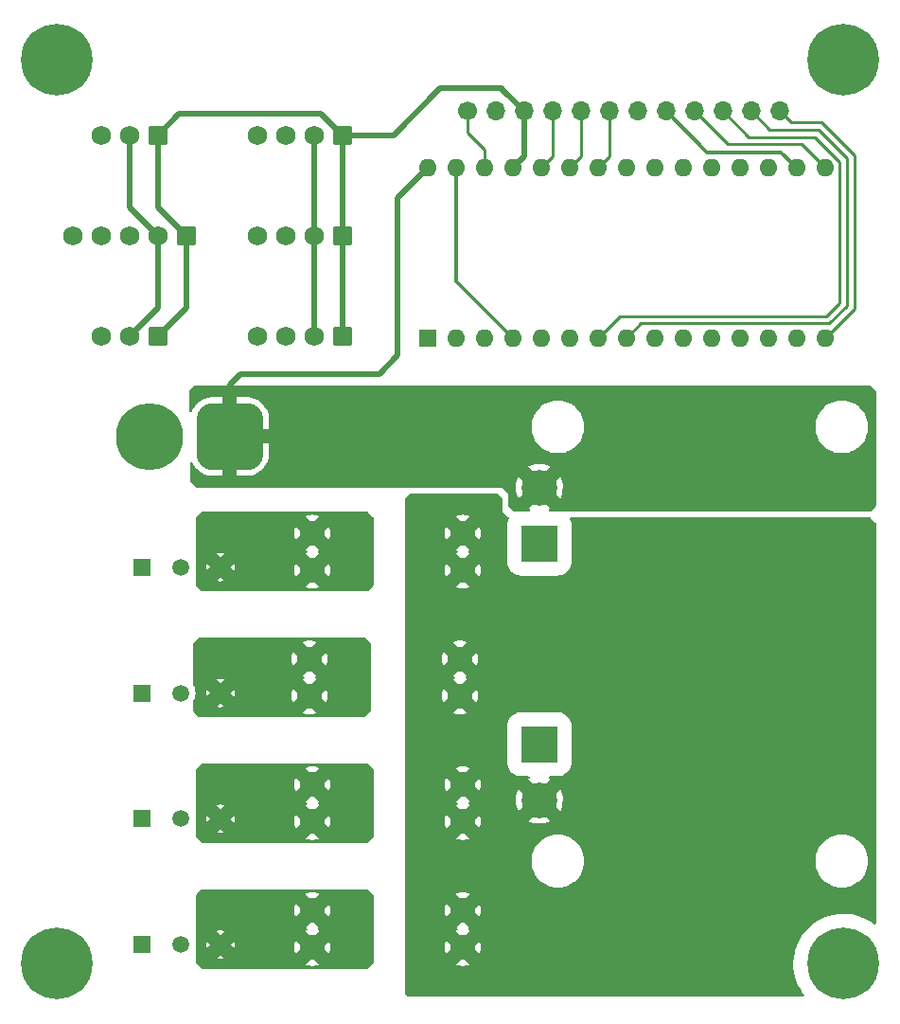
<source format=gtl>
G04 #@! TF.GenerationSoftware,KiCad,Pcbnew,(6.0.8)*
G04 #@! TF.CreationDate,2022-10-29T14:17:14-07:00*
G04 #@! TF.ProjectId,unified_elec_steering,756e6966-6965-4645-9f65-6c65635f7374,A*
G04 #@! TF.SameCoordinates,Original*
G04 #@! TF.FileFunction,Copper,L1,Top*
G04 #@! TF.FilePolarity,Positive*
%FSLAX46Y46*%
G04 Gerber Fmt 4.6, Leading zero omitted, Abs format (unit mm)*
G04 Created by KiCad (PCBNEW (6.0.8)) date 2022-10-29 14:17:14*
%MOMM*%
%LPD*%
G01*
G04 APERTURE LIST*
G04 Aperture macros list*
%AMRoundRect*
0 Rectangle with rounded corners*
0 $1 Rounding radius*
0 $2 $3 $4 $5 $6 $7 $8 $9 X,Y pos of 4 corners*
0 Add a 4 corners polygon primitive as box body*
4,1,4,$2,$3,$4,$5,$6,$7,$8,$9,$2,$3,0*
0 Add four circle primitives for the rounded corners*
1,1,$1+$1,$2,$3*
1,1,$1+$1,$4,$5*
1,1,$1+$1,$6,$7*
1,1,$1+$1,$8,$9*
0 Add four rect primitives between the rounded corners*
20,1,$1+$1,$2,$3,$4,$5,0*
20,1,$1+$1,$4,$5,$6,$7,0*
20,1,$1+$1,$6,$7,$8,$9,0*
20,1,$1+$1,$8,$9,$2,$3,0*%
G04 Aperture macros list end*
G04 #@! TA.AperFunction,ComponentPad*
%ADD10RoundRect,1.500000X1.500000X1.500000X-1.500000X1.500000X-1.500000X-1.500000X1.500000X-1.500000X0*%
G04 #@! TD*
G04 #@! TA.AperFunction,ComponentPad*
%ADD11C,6.000000*%
G04 #@! TD*
G04 #@! TA.AperFunction,ComponentPad*
%ADD12C,1.700000*%
G04 #@! TD*
G04 #@! TA.AperFunction,ComponentPad*
%ADD13O,1.700000X1.700000*%
G04 #@! TD*
G04 #@! TA.AperFunction,ComponentPad*
%ADD14R,1.520000X1.520000*%
G04 #@! TD*
G04 #@! TA.AperFunction,ComponentPad*
%ADD15C,1.520000*%
G04 #@! TD*
G04 #@! TA.AperFunction,ComponentPad*
%ADD16C,2.235200*%
G04 #@! TD*
G04 #@! TA.AperFunction,ComponentPad*
%ADD17RoundRect,0.250000X0.620000X0.620000X-0.620000X0.620000X-0.620000X-0.620000X0.620000X-0.620000X0*%
G04 #@! TD*
G04 #@! TA.AperFunction,ComponentPad*
%ADD18C,1.740000*%
G04 #@! TD*
G04 #@! TA.AperFunction,ComponentPad*
%ADD19C,6.400000*%
G04 #@! TD*
G04 #@! TA.AperFunction,ComponentPad*
%ADD20C,3.196000*%
G04 #@! TD*
G04 #@! TA.AperFunction,ComponentPad*
%ADD21R,3.196000X3.196000*%
G04 #@! TD*
G04 #@! TA.AperFunction,ComponentPad*
%ADD22R,1.600000X1.600000*%
G04 #@! TD*
G04 #@! TA.AperFunction,ComponentPad*
%ADD23O,1.600000X1.600000*%
G04 #@! TD*
G04 #@! TA.AperFunction,Conductor*
%ADD24C,0.508000*%
G04 #@! TD*
G04 #@! TA.AperFunction,Conductor*
%ADD25C,0.350000*%
G04 #@! TD*
G04 #@! TA.AperFunction,Conductor*
%ADD26C,0.250000*%
G04 #@! TD*
G04 APERTURE END LIST*
D10*
X115145000Y-90932000D03*
D11*
X107945000Y-90932000D03*
D12*
X136393000Y-61849000D03*
D13*
X138933000Y-61849000D03*
X141473000Y-61849000D03*
X144013000Y-61849000D03*
X146553000Y-61849000D03*
X149093000Y-61849000D03*
X151633000Y-61849000D03*
X154173000Y-61849000D03*
X156713000Y-61849000D03*
X159253000Y-61849000D03*
X161793000Y-61849000D03*
X164333000Y-61849000D03*
D14*
X107314987Y-102619001D03*
D15*
X110814988Y-102619001D03*
X114314988Y-102619001D03*
D14*
X107314987Y-125119001D03*
D15*
X110814988Y-125119001D03*
X114314988Y-125119001D03*
D16*
X122555000Y-122068000D03*
X122555000Y-125370000D03*
X136017000Y-122068000D03*
X136017000Y-125370000D03*
D17*
X108712000Y-82002000D03*
D18*
X106172000Y-82002000D03*
X103632000Y-82002000D03*
D17*
X108712000Y-64002000D03*
D18*
X106172000Y-64002000D03*
X103632000Y-64002000D03*
D14*
X107314987Y-136369001D03*
D15*
X110814988Y-136369001D03*
X114314988Y-136369001D03*
D19*
X170057000Y-138075000D03*
D17*
X125222000Y-73008000D03*
D18*
X122682000Y-73008000D03*
X120142000Y-73008000D03*
X117602000Y-73008000D03*
D20*
X142850000Y-95498236D03*
D21*
X142850000Y-100498236D03*
X142850000Y-118438236D03*
D20*
X142850000Y-123438236D03*
D19*
X99720400Y-138075000D03*
D22*
X132842000Y-82159203D03*
D23*
X135382000Y-82159203D03*
X137922000Y-82159203D03*
X140462000Y-82159203D03*
X143002000Y-82159203D03*
X145542000Y-82159203D03*
X148082000Y-82159203D03*
X150622000Y-82159203D03*
X153162000Y-82159203D03*
X155702000Y-82159203D03*
X158242000Y-82159203D03*
X160782000Y-82159203D03*
X163322000Y-82159203D03*
X165862000Y-82159203D03*
X168402000Y-82159203D03*
X168402000Y-66919203D03*
X165862000Y-66919203D03*
X163322000Y-66919203D03*
X160782000Y-66919203D03*
X158242000Y-66919203D03*
X155702000Y-66919203D03*
X153162000Y-66919203D03*
X150622000Y-66919203D03*
X148082000Y-66919203D03*
X145542000Y-66919203D03*
X143002000Y-66919203D03*
X140462000Y-66919203D03*
X137922000Y-66919203D03*
X135382000Y-66919203D03*
X132842000Y-66919203D03*
D17*
X125222000Y-82008000D03*
D18*
X122682000Y-82008000D03*
X120142000Y-82008000D03*
X117602000Y-82008000D03*
D19*
X170057000Y-57273000D03*
D14*
X107314987Y-113869001D03*
D15*
X110814988Y-113869001D03*
X114314988Y-113869001D03*
D16*
X122301000Y-110818000D03*
X122301000Y-114120000D03*
X135763000Y-114120000D03*
X135763000Y-110818000D03*
D17*
X125222000Y-64008000D03*
D18*
X122682000Y-64008000D03*
X120142000Y-64008000D03*
X117602000Y-64008000D03*
D19*
X99720400Y-57277000D03*
D16*
X122555000Y-102870000D03*
X122555000Y-99568000D03*
X136017000Y-99568000D03*
X136017000Y-102870000D03*
D17*
X111252000Y-73002000D03*
D18*
X108712000Y-73002000D03*
X106172000Y-73002000D03*
X103632000Y-73002000D03*
X101092000Y-73002000D03*
D16*
X122555000Y-133318000D03*
X122555000Y-136620000D03*
X136017000Y-136620000D03*
X136017000Y-133318000D03*
D24*
X139446000Y-59817000D02*
X139568000Y-59939000D01*
X133985000Y-59817000D02*
X139446000Y-59817000D01*
X129794000Y-64008000D02*
X133985000Y-59817000D01*
X125222000Y-64008000D02*
X129794000Y-64008000D01*
X123317000Y-62103000D02*
X125222000Y-64008000D01*
X110611000Y-62103000D02*
X123317000Y-62103000D01*
X108712000Y-64002000D02*
X110611000Y-62103000D01*
X139568000Y-59944000D02*
X139568000Y-59939000D01*
X141473000Y-61849000D02*
X139568000Y-59944000D01*
X116078000Y-85344000D02*
X116586000Y-85344000D01*
X130175000Y-83693000D02*
X130175000Y-83439000D01*
X115145000Y-86277000D02*
X116078000Y-85344000D01*
X132842000Y-66919203D02*
X130175000Y-69586203D01*
X130175000Y-69586203D02*
X130175000Y-83439000D01*
X128524000Y-85344000D02*
X130175000Y-83693000D01*
X128524000Y-85344000D02*
X116586000Y-85344000D01*
X115145000Y-86277000D02*
X115145000Y-90932000D01*
X108712000Y-73002000D02*
X108712000Y-79462000D01*
D25*
X135382000Y-77079203D02*
X140462000Y-82159203D01*
D24*
X106172000Y-70462000D02*
X108712000Y-73002000D01*
X106172000Y-64002000D02*
X106172000Y-70462000D01*
X122682000Y-73008000D02*
X122682000Y-82008000D01*
D25*
X135382000Y-66919203D02*
X135382000Y-77079203D01*
D24*
X122682000Y-64008000D02*
X122682000Y-73008000D01*
X108712000Y-79462000D02*
X106172000Y-82002000D01*
D26*
X137922000Y-65280500D02*
X137922000Y-66919203D01*
X136393000Y-61849000D02*
X136393000Y-63751500D01*
X136393000Y-63751500D02*
X137922000Y-65280500D01*
D24*
X108712000Y-70462000D02*
X111252000Y-73002000D01*
X141473000Y-65908203D02*
X140462000Y-66919203D01*
X125222000Y-73008000D02*
X125222000Y-64008000D01*
X111252000Y-73002000D02*
X111252000Y-79462000D01*
X111252000Y-79462000D02*
X108712000Y-82002000D01*
X141473000Y-61849000D02*
X141473000Y-65908203D01*
X108712000Y-64002000D02*
X108712000Y-70462000D01*
X125222000Y-73008000D02*
X125222000Y-82008000D01*
D26*
X144013000Y-65908203D02*
X143002000Y-66919203D01*
X144013000Y-61849000D02*
X144013000Y-65908203D01*
X146553000Y-61849000D02*
X146553000Y-65908203D01*
X146553000Y-65908203D02*
X145542000Y-66919203D01*
X149093000Y-61849000D02*
X149093000Y-65908203D01*
X149093000Y-65908203D02*
X148082000Y-66919203D01*
D25*
X165862000Y-66919203D02*
X164474797Y-65532000D01*
X157856000Y-65532000D02*
X154173000Y-61849000D01*
X164474797Y-65532000D02*
X157856000Y-65532000D01*
D26*
X159696000Y-64832000D02*
X166314797Y-64832000D01*
X166314797Y-64832000D02*
X168402000Y-66919203D01*
X156713000Y-61849000D02*
X159696000Y-64832000D01*
X150057000Y-80184203D02*
X148082000Y-82159203D01*
X161586000Y-64182000D02*
X167538630Y-64182000D01*
X169727000Y-66370370D02*
X169727000Y-78995727D01*
X168538524Y-80184203D02*
X150057000Y-80184203D01*
X167538630Y-64182000D02*
X169727000Y-66370370D01*
X169727000Y-78995727D02*
X168538524Y-80184203D01*
X159253000Y-61849000D02*
X161586000Y-64182000D01*
X150622000Y-82159203D02*
X151947000Y-80834203D01*
X170377000Y-66101132D02*
X167807868Y-63532000D01*
X151947000Y-80834203D02*
X168807762Y-80834203D01*
X163476000Y-63532000D02*
X161793000Y-61849000D01*
X170377000Y-79264965D02*
X170377000Y-66101132D01*
X167807868Y-63532000D02*
X163476000Y-63532000D01*
X168807762Y-80834203D02*
X170377000Y-79264965D01*
X171027000Y-79534203D02*
X168402000Y-82159203D01*
X171027000Y-65831893D02*
X171027000Y-79534203D01*
X165366000Y-62882000D02*
X168077106Y-62882000D01*
X164333000Y-61849000D02*
X165366000Y-62882000D01*
X168077106Y-62882000D02*
X171027000Y-65831893D01*
G04 #@! TA.AperFunction,Conductor*
G36*
X127523931Y-131433002D02*
G01*
X127544905Y-131449905D01*
X127979095Y-131884095D01*
X128013121Y-131946407D01*
X128016000Y-131973190D01*
X128016000Y-137964810D01*
X127995998Y-138032931D01*
X127979095Y-138053905D01*
X127544905Y-138488095D01*
X127482593Y-138522121D01*
X127455810Y-138525000D01*
X112701190Y-138525000D01*
X112633069Y-138504998D01*
X112612095Y-138488095D01*
X112250774Y-138126774D01*
X121951872Y-138126774D01*
X121955061Y-138131034D01*
X122046536Y-138168924D01*
X122055921Y-138171973D01*
X122295101Y-138229396D01*
X122304848Y-138230939D01*
X122550070Y-138250239D01*
X122559930Y-138250239D01*
X122805152Y-138230939D01*
X122814899Y-138229396D01*
X123054079Y-138171973D01*
X123063464Y-138168924D01*
X123147443Y-138134139D01*
X123158424Y-138125290D01*
X123157108Y-138120134D01*
X122567812Y-137530838D01*
X122553868Y-137523224D01*
X122552035Y-137523355D01*
X122545420Y-137527606D01*
X121958632Y-138114394D01*
X121951872Y-138126774D01*
X112250774Y-138126774D01*
X112177905Y-138053905D01*
X112143879Y-137991593D01*
X112141000Y-137964810D01*
X112141000Y-137593662D01*
X113993972Y-137593662D01*
X113994961Y-137594983D01*
X113999541Y-137597208D01*
X114088651Y-137621085D01*
X114099438Y-137622987D01*
X114309513Y-137641366D01*
X114320463Y-137641366D01*
X114530538Y-137622987D01*
X114541325Y-137621085D01*
X114624560Y-137598782D01*
X114636599Y-137591444D01*
X114636403Y-137589804D01*
X114633549Y-137585587D01*
X114327796Y-137279835D01*
X114313858Y-137272224D01*
X114312022Y-137272356D01*
X114305410Y-137276605D01*
X114000731Y-137581283D01*
X113993972Y-137593662D01*
X112141000Y-137593662D01*
X112141000Y-136374476D01*
X113042623Y-136374476D01*
X113061002Y-136584551D01*
X113062904Y-136595338D01*
X113085207Y-136678573D01*
X113092545Y-136690612D01*
X113094185Y-136690416D01*
X113098402Y-136687562D01*
X113404154Y-136381809D01*
X113410531Y-136370131D01*
X115218211Y-136370131D01*
X115218343Y-136371967D01*
X115222592Y-136378579D01*
X115527270Y-136683258D01*
X115539649Y-136690017D01*
X115540970Y-136689028D01*
X115543195Y-136684448D01*
X115559143Y-136624930D01*
X120924761Y-136624930D01*
X120944061Y-136870152D01*
X120945604Y-136879899D01*
X121003027Y-137119079D01*
X121006076Y-137128464D01*
X121040861Y-137212443D01*
X121049710Y-137223424D01*
X121054866Y-137222108D01*
X121644162Y-136632812D01*
X121650540Y-136621132D01*
X123458224Y-136621132D01*
X123458355Y-136622965D01*
X123462606Y-136629580D01*
X124049394Y-137216368D01*
X124061774Y-137223128D01*
X124066034Y-137219939D01*
X124103924Y-137128464D01*
X124106973Y-137119079D01*
X124164396Y-136879899D01*
X124165939Y-136870152D01*
X124185239Y-136624930D01*
X124185239Y-136615070D01*
X124165939Y-136369848D01*
X124164396Y-136360101D01*
X124106973Y-136120921D01*
X124103924Y-136111536D01*
X124069139Y-136027557D01*
X124060290Y-136016576D01*
X124055134Y-136017892D01*
X123465838Y-136607188D01*
X123458224Y-136621132D01*
X121650540Y-136621132D01*
X121651776Y-136618868D01*
X121651645Y-136617035D01*
X121647394Y-136610420D01*
X121060606Y-136023632D01*
X121048226Y-136016872D01*
X121043966Y-136020061D01*
X121006076Y-136111536D01*
X121003027Y-136120921D01*
X120945604Y-136360101D01*
X120944061Y-136369848D01*
X120924761Y-136615070D01*
X120924761Y-136624930D01*
X115559143Y-136624930D01*
X115567072Y-136595338D01*
X115568974Y-136584551D01*
X115587353Y-136374476D01*
X115587353Y-136363526D01*
X115568974Y-136153451D01*
X115567072Y-136142664D01*
X115544769Y-136059429D01*
X115537431Y-136047390D01*
X115535791Y-136047586D01*
X115531574Y-136050440D01*
X115225822Y-136356193D01*
X115218211Y-136370131D01*
X113410531Y-136370131D01*
X113411765Y-136367871D01*
X113411633Y-136366035D01*
X113407384Y-136359423D01*
X113102706Y-136054744D01*
X113090327Y-136047985D01*
X113089006Y-136048974D01*
X113086781Y-136053554D01*
X113062904Y-136142664D01*
X113061002Y-136153451D01*
X113042623Y-136363526D01*
X113042623Y-136374476D01*
X112141000Y-136374476D01*
X112141000Y-135146558D01*
X113993377Y-135146558D01*
X113993573Y-135148198D01*
X113996427Y-135152415D01*
X114302180Y-135458167D01*
X114316118Y-135465778D01*
X114317954Y-135465646D01*
X114324566Y-135461397D01*
X114629245Y-135156719D01*
X114636004Y-135144340D01*
X114635015Y-135143019D01*
X114630435Y-135140794D01*
X114541325Y-135116917D01*
X114530538Y-135115015D01*
X114527052Y-135114710D01*
X121951576Y-135114710D01*
X121952892Y-135119866D01*
X122542188Y-135709162D01*
X122556132Y-135716776D01*
X122557965Y-135716645D01*
X122564580Y-135712394D01*
X123151368Y-135125606D01*
X123158128Y-135113226D01*
X123154939Y-135108966D01*
X123098067Y-135085409D01*
X123042786Y-135040861D01*
X123020365Y-134973497D01*
X123037923Y-134904706D01*
X123089885Y-134856328D01*
X123098067Y-134852591D01*
X123147443Y-134832139D01*
X123158424Y-134823290D01*
X123157108Y-134818134D01*
X122567812Y-134228838D01*
X122553868Y-134221224D01*
X122552035Y-134221355D01*
X122545420Y-134225606D01*
X121958632Y-134812394D01*
X121951872Y-134824774D01*
X121955061Y-134829034D01*
X122011933Y-134852591D01*
X122067214Y-134897139D01*
X122089635Y-134964503D01*
X122072077Y-135033294D01*
X122020115Y-135081672D01*
X122011933Y-135085409D01*
X121962557Y-135105861D01*
X121951576Y-135114710D01*
X114527052Y-135114710D01*
X114320463Y-135096636D01*
X114309513Y-135096636D01*
X114099438Y-135115015D01*
X114088651Y-135116917D01*
X114005416Y-135139220D01*
X113993377Y-135146558D01*
X112141000Y-135146558D01*
X112141000Y-133322930D01*
X120924761Y-133322930D01*
X120944061Y-133568152D01*
X120945604Y-133577899D01*
X121003027Y-133817079D01*
X121006076Y-133826464D01*
X121040861Y-133910443D01*
X121049710Y-133921424D01*
X121054866Y-133920108D01*
X121644162Y-133330812D01*
X121650540Y-133319132D01*
X123458224Y-133319132D01*
X123458355Y-133320965D01*
X123462606Y-133327580D01*
X124049394Y-133914368D01*
X124061774Y-133921128D01*
X124066034Y-133917939D01*
X124103924Y-133826464D01*
X124106973Y-133817079D01*
X124164396Y-133577899D01*
X124165939Y-133568152D01*
X124185239Y-133322930D01*
X124185239Y-133313070D01*
X124165939Y-133067848D01*
X124164396Y-133058101D01*
X124106973Y-132818921D01*
X124103924Y-132809536D01*
X124069139Y-132725557D01*
X124060290Y-132714576D01*
X124055134Y-132715892D01*
X123465838Y-133305188D01*
X123458224Y-133319132D01*
X121650540Y-133319132D01*
X121651776Y-133316868D01*
X121651645Y-133315035D01*
X121647394Y-133308420D01*
X121060606Y-132721632D01*
X121048226Y-132714872D01*
X121043966Y-132718061D01*
X121006076Y-132809536D01*
X121003027Y-132818921D01*
X120945604Y-133058101D01*
X120944061Y-133067848D01*
X120924761Y-133313070D01*
X120924761Y-133322930D01*
X112141000Y-133322930D01*
X112141000Y-131973190D01*
X112161002Y-131905069D01*
X112177905Y-131884095D01*
X112249290Y-131812710D01*
X121951576Y-131812710D01*
X121952892Y-131817866D01*
X122542188Y-132407162D01*
X122556132Y-132414776D01*
X122557965Y-132414645D01*
X122564580Y-132410394D01*
X123151368Y-131823606D01*
X123158128Y-131811226D01*
X123154939Y-131806966D01*
X123063464Y-131769076D01*
X123054079Y-131766027D01*
X122814899Y-131708604D01*
X122805152Y-131707061D01*
X122559930Y-131687761D01*
X122550070Y-131687761D01*
X122304848Y-131707061D01*
X122295101Y-131708604D01*
X122055921Y-131766027D01*
X122046536Y-131769076D01*
X121962557Y-131803861D01*
X121951576Y-131812710D01*
X112249290Y-131812710D01*
X112612095Y-131449905D01*
X112674407Y-131415879D01*
X112701190Y-131413000D01*
X127455810Y-131413000D01*
X127523931Y-131433002D01*
G37*
G04 #@! TD.AperFunction*
G04 #@! TA.AperFunction,Conductor*
G36*
X139080931Y-96032002D02*
G01*
X139101905Y-96048905D01*
X139536095Y-96483095D01*
X139570121Y-96545407D01*
X139573000Y-96572190D01*
X139573000Y-97663000D01*
X140081000Y-98171000D01*
X140190316Y-98171000D01*
X140178248Y-98218283D01*
X140173351Y-98225898D01*
X140147148Y-98263600D01*
X140143943Y-98268212D01*
X140049534Y-98474420D01*
X139993132Y-98694089D01*
X139981500Y-98837102D01*
X139981500Y-102159370D01*
X139993132Y-102302383D01*
X140049534Y-102522052D01*
X140143943Y-102728260D01*
X140273377Y-102914492D01*
X140433744Y-103074859D01*
X140619976Y-103204293D01*
X140748424Y-103263101D01*
X140821079Y-103296365D01*
X140821081Y-103296366D01*
X140826184Y-103298702D01*
X140831625Y-103300099D01*
X141040649Y-103353768D01*
X141040651Y-103353768D01*
X141045853Y-103355104D01*
X141123715Y-103361437D01*
X141186316Y-103366529D01*
X141186326Y-103366529D01*
X141188866Y-103366736D01*
X144511134Y-103366736D01*
X144513674Y-103366529D01*
X144513684Y-103366529D01*
X144576285Y-103361437D01*
X144654147Y-103355104D01*
X144659349Y-103353768D01*
X144659351Y-103353768D01*
X144868375Y-103300099D01*
X144873816Y-103298702D01*
X144878919Y-103296366D01*
X144878921Y-103296365D01*
X144951576Y-103263101D01*
X145080024Y-103204293D01*
X145266256Y-103074859D01*
X145426623Y-102914492D01*
X145556057Y-102728260D01*
X145650466Y-102522052D01*
X145706868Y-102302383D01*
X145718500Y-102159370D01*
X145718500Y-98837102D01*
X145706868Y-98694089D01*
X145650466Y-98474420D01*
X145593251Y-98349451D01*
X145583081Y-98279187D01*
X145612512Y-98214578D01*
X145672202Y-98176138D01*
X145707815Y-98171000D01*
X172413810Y-98171000D01*
X172481931Y-98191002D01*
X172502905Y-98207905D01*
X172936595Y-98641595D01*
X172970621Y-98703907D01*
X172973500Y-98730690D01*
X172973500Y-134420786D01*
X172953498Y-134488907D01*
X172899842Y-134535400D01*
X172829568Y-134545504D01*
X172768722Y-134519121D01*
X172687673Y-134454189D01*
X172636822Y-134420786D01*
X172337734Y-134224321D01*
X172337724Y-134224315D01*
X172335250Y-134222690D01*
X171962605Y-134025384D01*
X171573045Y-133864023D01*
X171570222Y-133863155D01*
X171570215Y-133863152D01*
X171172867Y-133740912D01*
X171172865Y-133740912D01*
X171170029Y-133740039D01*
X171167126Y-133739438D01*
X171167119Y-133739436D01*
X170760046Y-133655136D01*
X170760041Y-133655135D01*
X170757133Y-133654533D01*
X170754184Y-133654207D01*
X170754175Y-133654206D01*
X170340987Y-133608590D01*
X170340982Y-133608590D01*
X170338023Y-133608263D01*
X170335039Y-133608216D01*
X170335037Y-133608216D01*
X170244029Y-133606786D01*
X169916419Y-133601639D01*
X169913475Y-133601871D01*
X169913465Y-133601871D01*
X169510563Y-133633581D01*
X169496062Y-133634722D01*
X169080685Y-133707217D01*
X169077814Y-133708003D01*
X169077807Y-133708004D01*
X168676837Y-133817697D01*
X168676827Y-133817700D01*
X168673973Y-133818481D01*
X168671209Y-133819525D01*
X168671198Y-133819529D01*
X168401542Y-133921424D01*
X168279537Y-133967526D01*
X167900878Y-134153029D01*
X167898343Y-134154582D01*
X167898342Y-134154583D01*
X167789380Y-134221355D01*
X167541357Y-134373344D01*
X167538972Y-134375134D01*
X167538973Y-134375134D01*
X167347202Y-134519120D01*
X167204165Y-134626515D01*
X166892295Y-134910295D01*
X166608515Y-135222165D01*
X166355344Y-135559357D01*
X166135029Y-135918878D01*
X165949526Y-136297537D01*
X165948479Y-136300307D01*
X165948478Y-136300310D01*
X165801529Y-136689198D01*
X165801525Y-136689209D01*
X165800481Y-136691973D01*
X165799700Y-136694827D01*
X165799697Y-136694837D01*
X165749070Y-136879899D01*
X165689217Y-137098685D01*
X165616722Y-137514062D01*
X165583639Y-137934419D01*
X165590263Y-138356023D01*
X165636533Y-138775133D01*
X165722039Y-139188029D01*
X165846023Y-139591045D01*
X166007384Y-139980605D01*
X166204690Y-140353250D01*
X166206315Y-140355724D01*
X166206321Y-140355734D01*
X166314851Y-140520954D01*
X166436189Y-140705673D01*
X166501121Y-140786722D01*
X166528102Y-140852389D01*
X166515297Y-140922221D01*
X166466770Y-140974045D01*
X166402786Y-140991500D01*
X131137690Y-140991500D01*
X131069569Y-140971498D01*
X131048595Y-140954595D01*
X130846905Y-140752905D01*
X130812879Y-140690593D01*
X130810000Y-140663810D01*
X130810000Y-138126774D01*
X135413872Y-138126774D01*
X135417061Y-138131034D01*
X135508536Y-138168924D01*
X135517921Y-138171973D01*
X135757101Y-138229396D01*
X135766848Y-138230939D01*
X136012070Y-138250239D01*
X136021930Y-138250239D01*
X136267152Y-138230939D01*
X136276899Y-138229396D01*
X136516079Y-138171973D01*
X136525464Y-138168924D01*
X136609443Y-138134139D01*
X136620424Y-138125290D01*
X136619108Y-138120134D01*
X136029812Y-137530838D01*
X136015868Y-137523224D01*
X136014035Y-137523355D01*
X136007420Y-137527606D01*
X135420632Y-138114394D01*
X135413872Y-138126774D01*
X130810000Y-138126774D01*
X130810000Y-136624930D01*
X134386761Y-136624930D01*
X134406061Y-136870152D01*
X134407604Y-136879899D01*
X134465027Y-137119079D01*
X134468076Y-137128464D01*
X134502861Y-137212443D01*
X134511710Y-137223424D01*
X134516866Y-137222108D01*
X135106162Y-136632812D01*
X135112540Y-136621132D01*
X136920224Y-136621132D01*
X136920355Y-136622965D01*
X136924606Y-136629580D01*
X137511394Y-137216368D01*
X137523774Y-137223128D01*
X137528034Y-137219939D01*
X137565924Y-137128464D01*
X137568973Y-137119079D01*
X137626396Y-136879899D01*
X137627939Y-136870152D01*
X137647239Y-136624930D01*
X137647239Y-136615070D01*
X137627939Y-136369848D01*
X137626396Y-136360101D01*
X137568973Y-136120921D01*
X137565924Y-136111536D01*
X137531139Y-136027557D01*
X137522290Y-136016576D01*
X137517134Y-136017892D01*
X136927838Y-136607188D01*
X136920224Y-136621132D01*
X135112540Y-136621132D01*
X135113776Y-136618868D01*
X135113645Y-136617035D01*
X135109394Y-136610420D01*
X134522606Y-136023632D01*
X134510226Y-136016872D01*
X134505966Y-136020061D01*
X134468076Y-136111536D01*
X134465027Y-136120921D01*
X134407604Y-136360101D01*
X134406061Y-136369848D01*
X134386761Y-136615070D01*
X134386761Y-136624930D01*
X130810000Y-136624930D01*
X130810000Y-135114710D01*
X135413576Y-135114710D01*
X135414892Y-135119866D01*
X136004188Y-135709162D01*
X136018132Y-135716776D01*
X136019965Y-135716645D01*
X136026580Y-135712394D01*
X136613368Y-135125606D01*
X136620128Y-135113226D01*
X136616939Y-135108966D01*
X136560067Y-135085409D01*
X136504786Y-135040861D01*
X136482365Y-134973497D01*
X136499923Y-134904706D01*
X136551885Y-134856328D01*
X136560067Y-134852591D01*
X136609443Y-134832139D01*
X136620424Y-134823290D01*
X136619108Y-134818134D01*
X136029812Y-134228838D01*
X136015868Y-134221224D01*
X136014035Y-134221355D01*
X136007420Y-134225606D01*
X135420632Y-134812394D01*
X135413872Y-134824774D01*
X135417061Y-134829034D01*
X135473933Y-134852591D01*
X135529214Y-134897139D01*
X135551635Y-134964503D01*
X135534077Y-135033294D01*
X135482115Y-135081672D01*
X135473933Y-135085409D01*
X135424557Y-135105861D01*
X135413576Y-135114710D01*
X130810000Y-135114710D01*
X130810000Y-133322930D01*
X134386761Y-133322930D01*
X134406061Y-133568152D01*
X134407604Y-133577899D01*
X134465027Y-133817079D01*
X134468076Y-133826464D01*
X134502861Y-133910443D01*
X134511710Y-133921424D01*
X134516866Y-133920108D01*
X135106162Y-133330812D01*
X135112540Y-133319132D01*
X136920224Y-133319132D01*
X136920355Y-133320965D01*
X136924606Y-133327580D01*
X137511394Y-133914368D01*
X137523774Y-133921128D01*
X137528034Y-133917939D01*
X137565924Y-133826464D01*
X137568973Y-133817079D01*
X137626396Y-133577899D01*
X137627939Y-133568152D01*
X137647239Y-133322930D01*
X137647239Y-133313070D01*
X137627939Y-133067848D01*
X137626396Y-133058101D01*
X137568973Y-132818921D01*
X137565924Y-132809536D01*
X137531139Y-132725557D01*
X137522290Y-132714576D01*
X137517134Y-132715892D01*
X136927838Y-133305188D01*
X136920224Y-133319132D01*
X135112540Y-133319132D01*
X135113776Y-133316868D01*
X135113645Y-133315035D01*
X135109394Y-133308420D01*
X134522606Y-132721632D01*
X134510226Y-132714872D01*
X134505966Y-132718061D01*
X134468076Y-132809536D01*
X134465027Y-132818921D01*
X134407604Y-133058101D01*
X134406061Y-133067848D01*
X134386761Y-133313070D01*
X134386761Y-133322930D01*
X130810000Y-133322930D01*
X130810000Y-131812710D01*
X135413576Y-131812710D01*
X135414892Y-131817866D01*
X136004188Y-132407162D01*
X136018132Y-132414776D01*
X136019965Y-132414645D01*
X136026580Y-132410394D01*
X136613368Y-131823606D01*
X136620128Y-131811226D01*
X136616939Y-131806966D01*
X136525464Y-131769076D01*
X136516079Y-131766027D01*
X136276899Y-131708604D01*
X136267152Y-131707061D01*
X136021930Y-131687761D01*
X136012070Y-131687761D01*
X135766848Y-131707061D01*
X135757101Y-131708604D01*
X135517921Y-131766027D01*
X135508536Y-131769076D01*
X135424557Y-131803861D01*
X135413576Y-131812710D01*
X130810000Y-131812710D01*
X130810000Y-128878236D01*
X142144435Y-128878236D01*
X142164673Y-129187004D01*
X142225040Y-129490489D01*
X142324503Y-129783499D01*
X142326326Y-129787195D01*
X142326329Y-129787203D01*
X142436793Y-130011200D01*
X142461361Y-130061018D01*
X142463655Y-130064451D01*
X142463656Y-130064452D01*
X142633271Y-130318301D01*
X142635985Y-130321395D01*
X142635989Y-130321401D01*
X142834584Y-130547854D01*
X142837293Y-130550943D01*
X142840382Y-130553652D01*
X143066835Y-130752247D01*
X143066841Y-130752251D01*
X143069935Y-130754965D01*
X143327218Y-130926875D01*
X143330921Y-130928701D01*
X143601033Y-131061907D01*
X143601041Y-131061910D01*
X143604737Y-131063733D01*
X143608651Y-131065062D01*
X143608652Y-131065062D01*
X143893840Y-131161870D01*
X143893843Y-131161871D01*
X143897747Y-131163196D01*
X143901786Y-131163999D01*
X143901792Y-131164001D01*
X144197189Y-131222759D01*
X144197192Y-131222759D01*
X144201232Y-131223563D01*
X144205343Y-131223832D01*
X144205347Y-131223833D01*
X144430675Y-131238602D01*
X144430684Y-131238602D01*
X144432724Y-131238736D01*
X144587276Y-131238736D01*
X144589316Y-131238602D01*
X144589325Y-131238602D01*
X144814653Y-131223833D01*
X144814657Y-131223832D01*
X144818768Y-131223563D01*
X144822808Y-131222759D01*
X144822811Y-131222759D01*
X145118208Y-131164001D01*
X145118214Y-131163999D01*
X145122253Y-131163196D01*
X145126157Y-131161871D01*
X145126160Y-131161870D01*
X145411348Y-131065062D01*
X145411349Y-131065062D01*
X145415263Y-131063733D01*
X145418959Y-131061910D01*
X145418967Y-131061907D01*
X145689079Y-130928701D01*
X145692782Y-130926875D01*
X145950065Y-130754965D01*
X145953159Y-130752251D01*
X145953165Y-130752247D01*
X146179618Y-130553652D01*
X146182707Y-130550943D01*
X146185416Y-130547854D01*
X146384011Y-130321401D01*
X146384015Y-130321395D01*
X146386729Y-130318301D01*
X146558639Y-130061019D01*
X146695497Y-129783499D01*
X146794960Y-129490489D01*
X146855327Y-129187004D01*
X146875565Y-128878236D01*
X167544435Y-128878236D01*
X167564673Y-129187004D01*
X167625040Y-129490489D01*
X167724503Y-129783499D01*
X167726326Y-129787195D01*
X167726329Y-129787203D01*
X167836793Y-130011200D01*
X167861361Y-130061018D01*
X167863655Y-130064451D01*
X167863656Y-130064452D01*
X168033271Y-130318301D01*
X168035985Y-130321395D01*
X168035989Y-130321401D01*
X168234584Y-130547854D01*
X168237293Y-130550943D01*
X168240382Y-130553652D01*
X168466835Y-130752247D01*
X168466841Y-130752251D01*
X168469935Y-130754965D01*
X168727218Y-130926875D01*
X168730921Y-130928701D01*
X169001033Y-131061907D01*
X169001041Y-131061910D01*
X169004737Y-131063733D01*
X169008651Y-131065062D01*
X169008652Y-131065062D01*
X169293840Y-131161870D01*
X169293843Y-131161871D01*
X169297747Y-131163196D01*
X169301786Y-131163999D01*
X169301792Y-131164001D01*
X169597189Y-131222759D01*
X169597192Y-131222759D01*
X169601232Y-131223563D01*
X169605343Y-131223832D01*
X169605347Y-131223833D01*
X169830675Y-131238602D01*
X169830684Y-131238602D01*
X169832724Y-131238736D01*
X169987276Y-131238736D01*
X169989316Y-131238602D01*
X169989325Y-131238602D01*
X170214653Y-131223833D01*
X170214657Y-131223832D01*
X170218768Y-131223563D01*
X170222808Y-131222759D01*
X170222811Y-131222759D01*
X170518208Y-131164001D01*
X170518214Y-131163999D01*
X170522253Y-131163196D01*
X170526157Y-131161871D01*
X170526160Y-131161870D01*
X170811348Y-131065062D01*
X170811349Y-131065062D01*
X170815263Y-131063733D01*
X170818959Y-131061910D01*
X170818967Y-131061907D01*
X171089079Y-130928701D01*
X171092782Y-130926875D01*
X171350065Y-130754965D01*
X171353159Y-130752251D01*
X171353165Y-130752247D01*
X171579618Y-130553652D01*
X171582707Y-130550943D01*
X171585416Y-130547854D01*
X171784011Y-130321401D01*
X171784015Y-130321395D01*
X171786729Y-130318301D01*
X171958639Y-130061019D01*
X172095497Y-129783499D01*
X172194960Y-129490489D01*
X172255327Y-129187004D01*
X172275565Y-128878236D01*
X172255327Y-128569468D01*
X172194960Y-128265983D01*
X172095497Y-127972973D01*
X172093673Y-127969275D01*
X172093671Y-127969269D01*
X171960465Y-127699157D01*
X171958639Y-127695454D01*
X171956345Y-127692021D01*
X171956344Y-127692019D01*
X171912499Y-127626400D01*
X171786729Y-127438171D01*
X171784015Y-127435077D01*
X171784011Y-127435071D01*
X171585416Y-127208618D01*
X171582707Y-127205529D01*
X171579618Y-127202820D01*
X171353165Y-127004225D01*
X171353159Y-127004221D01*
X171350065Y-127001507D01*
X171092782Y-126829597D01*
X171042964Y-126805029D01*
X170818967Y-126694565D01*
X170818959Y-126694562D01*
X170815263Y-126692739D01*
X170811348Y-126691410D01*
X170526160Y-126594602D01*
X170526157Y-126594601D01*
X170522253Y-126593276D01*
X170518214Y-126592473D01*
X170518208Y-126592471D01*
X170222811Y-126533713D01*
X170222808Y-126533713D01*
X170218768Y-126532909D01*
X170214657Y-126532640D01*
X170214653Y-126532639D01*
X169989325Y-126517870D01*
X169989316Y-126517870D01*
X169987276Y-126517736D01*
X169832724Y-126517736D01*
X169830684Y-126517870D01*
X169830675Y-126517870D01*
X169605347Y-126532639D01*
X169605343Y-126532640D01*
X169601232Y-126532909D01*
X169597192Y-126533713D01*
X169597189Y-126533713D01*
X169301792Y-126592471D01*
X169301786Y-126592473D01*
X169297747Y-126593276D01*
X169293843Y-126594601D01*
X169293840Y-126594602D01*
X169008652Y-126691410D01*
X169004737Y-126692739D01*
X169001041Y-126694562D01*
X169001033Y-126694565D01*
X168777036Y-126805029D01*
X168727218Y-126829597D01*
X168469935Y-127001507D01*
X168466841Y-127004221D01*
X168466835Y-127004225D01*
X168240382Y-127202820D01*
X168237293Y-127205529D01*
X168234584Y-127208618D01*
X168035989Y-127435071D01*
X168035985Y-127435077D01*
X168033271Y-127438171D01*
X167861361Y-127695453D01*
X167724503Y-127972973D01*
X167625040Y-128265983D01*
X167564673Y-128569468D01*
X167544435Y-128878236D01*
X146875565Y-128878236D01*
X146855327Y-128569468D01*
X146794960Y-128265983D01*
X146695497Y-127972973D01*
X146693673Y-127969275D01*
X146693671Y-127969269D01*
X146560465Y-127699157D01*
X146558639Y-127695454D01*
X146556345Y-127692021D01*
X146556344Y-127692019D01*
X146512499Y-127626400D01*
X146386729Y-127438171D01*
X146384015Y-127435077D01*
X146384011Y-127435071D01*
X146185416Y-127208618D01*
X146182707Y-127205529D01*
X146179618Y-127202820D01*
X145953165Y-127004225D01*
X145953159Y-127004221D01*
X145950065Y-127001507D01*
X145692782Y-126829597D01*
X145642964Y-126805029D01*
X145418967Y-126694565D01*
X145418959Y-126694562D01*
X145415263Y-126692739D01*
X145411348Y-126691410D01*
X145126160Y-126594602D01*
X145126157Y-126594601D01*
X145122253Y-126593276D01*
X145118214Y-126592473D01*
X145118208Y-126592471D01*
X144822811Y-126533713D01*
X144822808Y-126533713D01*
X144818768Y-126532909D01*
X144814657Y-126532640D01*
X144814653Y-126532639D01*
X144589325Y-126517870D01*
X144589316Y-126517870D01*
X144587276Y-126517736D01*
X144432724Y-126517736D01*
X144430684Y-126517870D01*
X144430675Y-126517870D01*
X144205347Y-126532639D01*
X144205343Y-126532640D01*
X144201232Y-126532909D01*
X144197192Y-126533713D01*
X144197189Y-126533713D01*
X143901792Y-126592471D01*
X143901786Y-126592473D01*
X143897747Y-126593276D01*
X143893843Y-126594601D01*
X143893840Y-126594602D01*
X143608652Y-126691410D01*
X143604737Y-126692739D01*
X143601041Y-126694562D01*
X143601033Y-126694565D01*
X143377036Y-126805029D01*
X143327218Y-126829597D01*
X143069935Y-127001507D01*
X143066841Y-127004221D01*
X143066835Y-127004225D01*
X142840382Y-127202820D01*
X142837293Y-127205529D01*
X142834584Y-127208618D01*
X142635989Y-127435071D01*
X142635985Y-127435077D01*
X142633271Y-127438171D01*
X142461361Y-127695453D01*
X142324503Y-127972973D01*
X142225040Y-128265983D01*
X142164673Y-128569468D01*
X142144435Y-128878236D01*
X130810000Y-128878236D01*
X130810000Y-126876774D01*
X135413872Y-126876774D01*
X135417061Y-126881034D01*
X135508536Y-126918924D01*
X135517921Y-126921973D01*
X135757101Y-126979396D01*
X135766848Y-126980939D01*
X136012070Y-127000239D01*
X136021930Y-127000239D01*
X136267152Y-126980939D01*
X136276899Y-126979396D01*
X136516079Y-126921973D01*
X136525464Y-126918924D01*
X136609443Y-126884139D01*
X136620424Y-126875290D01*
X136619108Y-126870134D01*
X136029812Y-126280838D01*
X136015868Y-126273224D01*
X136014035Y-126273355D01*
X136007420Y-126277606D01*
X135420632Y-126864394D01*
X135413872Y-126876774D01*
X130810000Y-126876774D01*
X130810000Y-125374930D01*
X134386761Y-125374930D01*
X134406061Y-125620152D01*
X134407604Y-125629899D01*
X134465027Y-125869079D01*
X134468076Y-125878464D01*
X134502861Y-125962443D01*
X134511710Y-125973424D01*
X134516866Y-125972108D01*
X135106162Y-125382812D01*
X135112540Y-125371132D01*
X136920224Y-125371132D01*
X136920355Y-125372965D01*
X136924606Y-125379580D01*
X137511394Y-125966368D01*
X137523774Y-125973128D01*
X137528034Y-125969939D01*
X137565924Y-125878464D01*
X137568973Y-125869079D01*
X137626396Y-125629899D01*
X137627939Y-125620152D01*
X137647239Y-125374930D01*
X137647239Y-125365070D01*
X137642835Y-125309110D01*
X141882772Y-125309110D01*
X141886351Y-125313890D01*
X142110280Y-125414997D01*
X142118311Y-125417984D01*
X142385404Y-125497101D01*
X142393757Y-125498968D01*
X142669122Y-125541105D01*
X142677655Y-125541821D01*
X142956186Y-125546197D01*
X142964737Y-125545748D01*
X143241289Y-125512282D01*
X143249689Y-125510680D01*
X143519155Y-125439987D01*
X143527257Y-125437260D01*
X143784630Y-125330653D01*
X143792292Y-125326850D01*
X143807133Y-125318177D01*
X143816812Y-125307920D01*
X143813494Y-125299756D01*
X142862812Y-124349074D01*
X142848868Y-124341460D01*
X142847035Y-124341591D01*
X142840420Y-124345842D01*
X141889532Y-125296730D01*
X141882772Y-125309110D01*
X137642835Y-125309110D01*
X137627939Y-125119848D01*
X137626396Y-125110101D01*
X137568973Y-124870921D01*
X137565924Y-124861536D01*
X137531139Y-124777557D01*
X137522290Y-124766576D01*
X137517134Y-124767892D01*
X136927838Y-125357188D01*
X136920224Y-125371132D01*
X135112540Y-125371132D01*
X135113776Y-125368868D01*
X135113645Y-125367035D01*
X135109394Y-125360420D01*
X134522606Y-124773632D01*
X134510226Y-124766872D01*
X134505966Y-124770061D01*
X134468076Y-124861536D01*
X134465027Y-124870921D01*
X134407604Y-125110101D01*
X134406061Y-125119848D01*
X134386761Y-125365070D01*
X134386761Y-125374930D01*
X130810000Y-125374930D01*
X130810000Y-123864710D01*
X135413576Y-123864710D01*
X135414892Y-123869866D01*
X136004188Y-124459162D01*
X136018132Y-124466776D01*
X136019965Y-124466645D01*
X136026580Y-124462394D01*
X136613368Y-123875606D01*
X136620128Y-123863226D01*
X136616939Y-123858966D01*
X136560067Y-123835409D01*
X136504786Y-123790861D01*
X136482365Y-123723497D01*
X136499923Y-123654706D01*
X136551885Y-123606328D01*
X136560067Y-123602591D01*
X136609443Y-123582139D01*
X136620424Y-123573290D01*
X136619108Y-123568134D01*
X136471385Y-123420411D01*
X140739442Y-123420411D01*
X140755477Y-123698518D01*
X140756550Y-123707017D01*
X140810182Y-123980376D01*
X140812395Y-123988638D01*
X140902631Y-124252195D01*
X140905947Y-124260082D01*
X140972827Y-124393059D01*
X140982456Y-124403362D01*
X140989060Y-124401150D01*
X141939162Y-123451048D01*
X141945540Y-123439368D01*
X143753224Y-123439368D01*
X143753355Y-123441201D01*
X143757606Y-123447816D01*
X144706347Y-124396557D01*
X144718727Y-124403317D01*
X144724991Y-124398628D01*
X144767276Y-124320748D01*
X144770844Y-124312954D01*
X144869308Y-124052377D01*
X144871785Y-124044171D01*
X144933974Y-123772641D01*
X144935314Y-123764181D01*
X144960238Y-123484909D01*
X144960484Y-123479970D01*
X144960895Y-123440720D01*
X144960752Y-123435756D01*
X144941682Y-123156028D01*
X144940521Y-123147554D01*
X144884031Y-122874774D01*
X144881726Y-122866520D01*
X144788739Y-122603929D01*
X144785343Y-122596081D01*
X144727213Y-122483457D01*
X144717476Y-122473255D01*
X144710636Y-122475626D01*
X143760838Y-123425424D01*
X143753224Y-123439368D01*
X141945540Y-123439368D01*
X141946776Y-123437104D01*
X141946645Y-123435271D01*
X141942394Y-123428656D01*
X140993866Y-122480128D01*
X140981486Y-122473368D01*
X140975462Y-122477878D01*
X140923583Y-122575860D01*
X140920104Y-122583674D01*
X140824371Y-122845277D01*
X140821982Y-122853500D01*
X140762637Y-123125680D01*
X140761388Y-123134136D01*
X140739531Y-123411860D01*
X140739442Y-123420411D01*
X136471385Y-123420411D01*
X136029812Y-122978838D01*
X136015868Y-122971224D01*
X136014035Y-122971355D01*
X136007420Y-122975606D01*
X135420632Y-123562394D01*
X135413872Y-123574774D01*
X135417061Y-123579034D01*
X135473933Y-123602591D01*
X135529214Y-123647139D01*
X135551635Y-123714503D01*
X135534077Y-123783294D01*
X135482115Y-123831672D01*
X135473933Y-123835409D01*
X135424557Y-123855861D01*
X135413576Y-123864710D01*
X130810000Y-123864710D01*
X130810000Y-122072930D01*
X134386761Y-122072930D01*
X134406061Y-122318152D01*
X134407604Y-122327899D01*
X134465027Y-122567079D01*
X134468076Y-122576464D01*
X134502861Y-122660443D01*
X134511710Y-122671424D01*
X134516866Y-122670108D01*
X135106162Y-122080812D01*
X135112540Y-122069132D01*
X136920224Y-122069132D01*
X136920355Y-122070965D01*
X136924606Y-122077580D01*
X137511394Y-122664368D01*
X137523774Y-122671128D01*
X137528034Y-122667939D01*
X137565924Y-122576464D01*
X137568973Y-122567079D01*
X137626396Y-122327899D01*
X137627939Y-122318152D01*
X137647239Y-122072930D01*
X137647239Y-122063070D01*
X137627939Y-121817848D01*
X137626396Y-121808101D01*
X137568973Y-121568921D01*
X137565924Y-121559536D01*
X137531139Y-121475557D01*
X137522290Y-121464576D01*
X137517134Y-121465892D01*
X136927838Y-122055188D01*
X136920224Y-122069132D01*
X135112540Y-122069132D01*
X135113776Y-122066868D01*
X135113645Y-122065035D01*
X135109394Y-122058420D01*
X134522606Y-121471632D01*
X134510226Y-121464872D01*
X134505966Y-121468061D01*
X134468076Y-121559536D01*
X134465027Y-121568921D01*
X134407604Y-121808101D01*
X134406061Y-121817848D01*
X134386761Y-122063070D01*
X134386761Y-122072930D01*
X130810000Y-122072930D01*
X130810000Y-120562710D01*
X135413576Y-120562710D01*
X135414892Y-120567866D01*
X136004188Y-121157162D01*
X136018132Y-121164776D01*
X136019965Y-121164645D01*
X136026580Y-121160394D01*
X136613368Y-120573606D01*
X136620128Y-120561226D01*
X136616939Y-120556966D01*
X136525464Y-120519076D01*
X136516079Y-120516027D01*
X136276899Y-120458604D01*
X136267152Y-120457061D01*
X136021930Y-120437761D01*
X136012070Y-120437761D01*
X135766848Y-120457061D01*
X135757101Y-120458604D01*
X135517921Y-120516027D01*
X135508536Y-120519076D01*
X135424557Y-120553861D01*
X135413576Y-120562710D01*
X130810000Y-120562710D01*
X130810000Y-120099370D01*
X139981500Y-120099370D01*
X139993132Y-120242383D01*
X140049534Y-120462052D01*
X140051870Y-120467155D01*
X140051871Y-120467157D01*
X140085135Y-120539812D01*
X140143943Y-120668260D01*
X140273377Y-120854492D01*
X140433744Y-121014859D01*
X140619976Y-121144293D01*
X140748424Y-121203101D01*
X140821079Y-121236365D01*
X140821081Y-121236366D01*
X140826184Y-121238702D01*
X140831625Y-121240099D01*
X141040649Y-121293768D01*
X141040651Y-121293768D01*
X141045853Y-121295104D01*
X141123715Y-121301437D01*
X141186316Y-121306529D01*
X141186326Y-121306529D01*
X141188866Y-121306736D01*
X141862762Y-121306736D01*
X141930883Y-121326738D01*
X141977376Y-121380394D01*
X141987480Y-121450668D01*
X141957986Y-121515248D01*
X141912197Y-121548633D01*
X141895614Y-121555706D01*
X141891285Y-121557912D01*
X141882323Y-121567612D01*
X141885868Y-121576078D01*
X142837188Y-122527398D01*
X142851132Y-122535012D01*
X142852965Y-122534881D01*
X142859580Y-122530630D01*
X143811485Y-121578725D01*
X143818245Y-121566345D01*
X143814802Y-121561746D01*
X143783738Y-121548110D01*
X143729402Y-121502414D01*
X143708397Y-121434596D01*
X143727391Y-121366187D01*
X143780355Y-121318907D01*
X143834383Y-121306736D01*
X144511134Y-121306736D01*
X144513674Y-121306529D01*
X144513684Y-121306529D01*
X144576285Y-121301437D01*
X144654147Y-121295104D01*
X144659349Y-121293768D01*
X144659351Y-121293768D01*
X144868375Y-121240099D01*
X144873816Y-121238702D01*
X144878919Y-121236366D01*
X144878921Y-121236365D01*
X144951576Y-121203101D01*
X145080024Y-121144293D01*
X145266256Y-121014859D01*
X145426623Y-120854492D01*
X145556057Y-120668260D01*
X145614865Y-120539812D01*
X145648129Y-120467157D01*
X145648130Y-120467155D01*
X145650466Y-120462052D01*
X145706868Y-120242383D01*
X145718500Y-120099370D01*
X145718500Y-116777102D01*
X145706868Y-116634089D01*
X145650466Y-116414420D01*
X145556057Y-116208212D01*
X145426623Y-116021980D01*
X145266256Y-115861613D01*
X145080024Y-115732179D01*
X144941863Y-115668924D01*
X144878921Y-115640107D01*
X144878919Y-115640106D01*
X144873816Y-115637770D01*
X144805129Y-115620134D01*
X144659351Y-115582704D01*
X144659349Y-115582704D01*
X144654147Y-115581368D01*
X144576285Y-115575035D01*
X144513684Y-115569943D01*
X144513674Y-115569943D01*
X144511134Y-115569736D01*
X141188866Y-115569736D01*
X141186326Y-115569943D01*
X141186316Y-115569943D01*
X141123715Y-115575035D01*
X141045853Y-115581368D01*
X141040651Y-115582704D01*
X141040649Y-115582704D01*
X140894871Y-115620134D01*
X140826184Y-115637770D01*
X140821081Y-115640106D01*
X140821079Y-115640107D01*
X140758137Y-115668924D01*
X140619976Y-115732179D01*
X140433744Y-115861613D01*
X140273377Y-116021980D01*
X140143943Y-116208212D01*
X140049534Y-116414420D01*
X139993132Y-116634089D01*
X139981500Y-116777102D01*
X139981500Y-120099370D01*
X130810000Y-120099370D01*
X130810000Y-115626774D01*
X135159872Y-115626774D01*
X135163061Y-115631034D01*
X135254536Y-115668924D01*
X135263921Y-115671973D01*
X135503101Y-115729396D01*
X135512848Y-115730939D01*
X135758070Y-115750239D01*
X135767930Y-115750239D01*
X136013152Y-115730939D01*
X136022899Y-115729396D01*
X136262079Y-115671973D01*
X136271464Y-115668924D01*
X136355443Y-115634139D01*
X136366424Y-115625290D01*
X136365108Y-115620134D01*
X135775812Y-115030838D01*
X135761868Y-115023224D01*
X135760035Y-115023355D01*
X135753420Y-115027606D01*
X135166632Y-115614394D01*
X135159872Y-115626774D01*
X130810000Y-115626774D01*
X130810000Y-114124930D01*
X134132761Y-114124930D01*
X134152061Y-114370152D01*
X134153604Y-114379899D01*
X134211027Y-114619079D01*
X134214076Y-114628464D01*
X134248861Y-114712443D01*
X134257710Y-114723424D01*
X134262866Y-114722108D01*
X134852162Y-114132812D01*
X134858540Y-114121132D01*
X136666224Y-114121132D01*
X136666355Y-114122965D01*
X136670606Y-114129580D01*
X137257394Y-114716368D01*
X137269774Y-114723128D01*
X137274034Y-114719939D01*
X137311924Y-114628464D01*
X137314973Y-114619079D01*
X137372396Y-114379899D01*
X137373939Y-114370152D01*
X137393239Y-114124930D01*
X137393239Y-114115070D01*
X137373939Y-113869848D01*
X137372396Y-113860101D01*
X137314973Y-113620921D01*
X137311924Y-113611536D01*
X137277139Y-113527557D01*
X137268290Y-113516576D01*
X137263134Y-113517892D01*
X136673838Y-114107188D01*
X136666224Y-114121132D01*
X134858540Y-114121132D01*
X134859776Y-114118868D01*
X134859645Y-114117035D01*
X134855394Y-114110420D01*
X134268606Y-113523632D01*
X134256226Y-113516872D01*
X134251966Y-113520061D01*
X134214076Y-113611536D01*
X134211027Y-113620921D01*
X134153604Y-113860101D01*
X134152061Y-113869848D01*
X134132761Y-114115070D01*
X134132761Y-114124930D01*
X130810000Y-114124930D01*
X130810000Y-112614710D01*
X135159576Y-112614710D01*
X135160892Y-112619866D01*
X135750188Y-113209162D01*
X135764132Y-113216776D01*
X135765965Y-113216645D01*
X135772580Y-113212394D01*
X136359368Y-112625606D01*
X136366128Y-112613226D01*
X136362939Y-112608966D01*
X136306067Y-112585409D01*
X136250786Y-112540861D01*
X136228365Y-112473497D01*
X136245923Y-112404706D01*
X136297885Y-112356328D01*
X136306067Y-112352591D01*
X136355443Y-112332139D01*
X136366424Y-112323290D01*
X136365108Y-112318134D01*
X135775812Y-111728838D01*
X135761868Y-111721224D01*
X135760035Y-111721355D01*
X135753420Y-111725606D01*
X135166632Y-112312394D01*
X135159872Y-112324774D01*
X135163061Y-112329034D01*
X135219933Y-112352591D01*
X135275214Y-112397139D01*
X135297635Y-112464503D01*
X135280077Y-112533294D01*
X135228115Y-112581672D01*
X135219933Y-112585409D01*
X135170557Y-112605861D01*
X135159576Y-112614710D01*
X130810000Y-112614710D01*
X130810000Y-110822930D01*
X134132761Y-110822930D01*
X134152061Y-111068152D01*
X134153604Y-111077899D01*
X134211027Y-111317079D01*
X134214076Y-111326464D01*
X134248861Y-111410443D01*
X134257710Y-111421424D01*
X134262866Y-111420108D01*
X134852162Y-110830812D01*
X134858540Y-110819132D01*
X136666224Y-110819132D01*
X136666355Y-110820965D01*
X136670606Y-110827580D01*
X137257394Y-111414368D01*
X137269774Y-111421128D01*
X137274034Y-111417939D01*
X137311924Y-111326464D01*
X137314973Y-111317079D01*
X137372396Y-111077899D01*
X137373939Y-111068152D01*
X137393239Y-110822930D01*
X137393239Y-110813070D01*
X137373939Y-110567848D01*
X137372396Y-110558101D01*
X137314973Y-110318921D01*
X137311924Y-110309536D01*
X137277139Y-110225557D01*
X137268290Y-110214576D01*
X137263134Y-110215892D01*
X136673838Y-110805188D01*
X136666224Y-110819132D01*
X134858540Y-110819132D01*
X134859776Y-110816868D01*
X134859645Y-110815035D01*
X134855394Y-110808420D01*
X134268606Y-110221632D01*
X134256226Y-110214872D01*
X134251966Y-110218061D01*
X134214076Y-110309536D01*
X134211027Y-110318921D01*
X134153604Y-110558101D01*
X134152061Y-110567848D01*
X134132761Y-110813070D01*
X134132761Y-110822930D01*
X130810000Y-110822930D01*
X130810000Y-109312710D01*
X135159576Y-109312710D01*
X135160892Y-109317866D01*
X135750188Y-109907162D01*
X135764132Y-109914776D01*
X135765965Y-109914645D01*
X135772580Y-109910394D01*
X136359368Y-109323606D01*
X136366128Y-109311226D01*
X136362939Y-109306966D01*
X136271464Y-109269076D01*
X136262079Y-109266027D01*
X136022899Y-109208604D01*
X136013152Y-109207061D01*
X135767930Y-109187761D01*
X135758070Y-109187761D01*
X135512848Y-109207061D01*
X135503101Y-109208604D01*
X135263921Y-109266027D01*
X135254536Y-109269076D01*
X135170557Y-109303861D01*
X135159576Y-109312710D01*
X130810000Y-109312710D01*
X130810000Y-104376774D01*
X135413872Y-104376774D01*
X135417061Y-104381034D01*
X135508536Y-104418924D01*
X135517921Y-104421973D01*
X135757101Y-104479396D01*
X135766848Y-104480939D01*
X136012070Y-104500239D01*
X136021930Y-104500239D01*
X136267152Y-104480939D01*
X136276899Y-104479396D01*
X136516079Y-104421973D01*
X136525464Y-104418924D01*
X136609443Y-104384139D01*
X136620424Y-104375290D01*
X136619108Y-104370134D01*
X136029812Y-103780838D01*
X136015868Y-103773224D01*
X136014035Y-103773355D01*
X136007420Y-103777606D01*
X135420632Y-104364394D01*
X135413872Y-104376774D01*
X130810000Y-104376774D01*
X130810000Y-102874930D01*
X134386761Y-102874930D01*
X134406061Y-103120152D01*
X134407604Y-103129899D01*
X134465027Y-103369079D01*
X134468076Y-103378464D01*
X134502861Y-103462443D01*
X134511710Y-103473424D01*
X134516866Y-103472108D01*
X135106162Y-102882812D01*
X135112540Y-102871132D01*
X136920224Y-102871132D01*
X136920355Y-102872965D01*
X136924606Y-102879580D01*
X137511394Y-103466368D01*
X137523774Y-103473128D01*
X137528034Y-103469939D01*
X137565924Y-103378464D01*
X137568973Y-103369079D01*
X137626396Y-103129899D01*
X137627939Y-103120152D01*
X137647239Y-102874930D01*
X137647239Y-102865070D01*
X137627939Y-102619848D01*
X137626396Y-102610101D01*
X137568973Y-102370921D01*
X137565924Y-102361536D01*
X137531139Y-102277557D01*
X137522290Y-102266576D01*
X137517134Y-102267892D01*
X136927838Y-102857188D01*
X136920224Y-102871132D01*
X135112540Y-102871132D01*
X135113776Y-102868868D01*
X135113645Y-102867035D01*
X135109394Y-102860420D01*
X134522606Y-102273632D01*
X134510226Y-102266872D01*
X134505966Y-102270061D01*
X134468076Y-102361536D01*
X134465027Y-102370921D01*
X134407604Y-102610101D01*
X134406061Y-102619848D01*
X134386761Y-102865070D01*
X134386761Y-102874930D01*
X130810000Y-102874930D01*
X130810000Y-101364710D01*
X135413576Y-101364710D01*
X135414892Y-101369866D01*
X136004188Y-101959162D01*
X136018132Y-101966776D01*
X136019965Y-101966645D01*
X136026580Y-101962394D01*
X136613368Y-101375606D01*
X136620128Y-101363226D01*
X136616939Y-101358966D01*
X136560067Y-101335409D01*
X136504786Y-101290861D01*
X136482365Y-101223497D01*
X136499923Y-101154706D01*
X136551885Y-101106328D01*
X136560067Y-101102591D01*
X136609443Y-101082139D01*
X136620424Y-101073290D01*
X136619108Y-101068134D01*
X136029812Y-100478838D01*
X136015868Y-100471224D01*
X136014035Y-100471355D01*
X136007420Y-100475606D01*
X135420632Y-101062394D01*
X135413872Y-101074774D01*
X135417061Y-101079034D01*
X135473933Y-101102591D01*
X135529214Y-101147139D01*
X135551635Y-101214503D01*
X135534077Y-101283294D01*
X135482115Y-101331672D01*
X135473933Y-101335409D01*
X135424557Y-101355861D01*
X135413576Y-101364710D01*
X130810000Y-101364710D01*
X130810000Y-99572930D01*
X134386761Y-99572930D01*
X134406061Y-99818152D01*
X134407604Y-99827899D01*
X134465027Y-100067079D01*
X134468076Y-100076464D01*
X134502861Y-100160443D01*
X134511710Y-100171424D01*
X134516866Y-100170108D01*
X135106162Y-99580812D01*
X135112540Y-99569132D01*
X136920224Y-99569132D01*
X136920355Y-99570965D01*
X136924606Y-99577580D01*
X137511394Y-100164368D01*
X137523774Y-100171128D01*
X137528034Y-100167939D01*
X137565924Y-100076464D01*
X137568973Y-100067079D01*
X137626396Y-99827899D01*
X137627939Y-99818152D01*
X137647239Y-99572930D01*
X137647239Y-99563070D01*
X137627939Y-99317848D01*
X137626396Y-99308101D01*
X137568973Y-99068921D01*
X137565924Y-99059536D01*
X137531139Y-98975557D01*
X137522290Y-98964576D01*
X137517134Y-98965892D01*
X136927838Y-99555188D01*
X136920224Y-99569132D01*
X135112540Y-99569132D01*
X135113776Y-99566868D01*
X135113645Y-99565035D01*
X135109394Y-99558420D01*
X134522606Y-98971632D01*
X134510226Y-98964872D01*
X134505966Y-98968061D01*
X134468076Y-99059536D01*
X134465027Y-99068921D01*
X134407604Y-99308101D01*
X134406061Y-99317848D01*
X134386761Y-99563070D01*
X134386761Y-99572930D01*
X130810000Y-99572930D01*
X130810000Y-98062710D01*
X135413576Y-98062710D01*
X135414892Y-98067866D01*
X136004188Y-98657162D01*
X136018132Y-98664776D01*
X136019965Y-98664645D01*
X136026580Y-98660394D01*
X136613368Y-98073606D01*
X136620128Y-98061226D01*
X136616939Y-98056966D01*
X136525464Y-98019076D01*
X136516079Y-98016027D01*
X136276899Y-97958604D01*
X136267152Y-97957061D01*
X136021930Y-97937761D01*
X136012070Y-97937761D01*
X135766848Y-97957061D01*
X135757101Y-97958604D01*
X135517921Y-98016027D01*
X135508536Y-98019076D01*
X135424557Y-98053861D01*
X135413576Y-98062710D01*
X130810000Y-98062710D01*
X130810000Y-96572190D01*
X130830002Y-96504069D01*
X130846905Y-96483095D01*
X131281095Y-96048905D01*
X131343407Y-96014879D01*
X131370190Y-96012000D01*
X139012810Y-96012000D01*
X139080931Y-96032002D01*
G37*
G04 #@! TD.AperFunction*
G04 #@! TA.AperFunction,Conductor*
G36*
X127269931Y-108933002D02*
G01*
X127290905Y-108949905D01*
X127725095Y-109384095D01*
X127759121Y-109446407D01*
X127762000Y-109473190D01*
X127762000Y-115464810D01*
X127741998Y-115532931D01*
X127725095Y-115553905D01*
X127290905Y-115988095D01*
X127228593Y-116022121D01*
X127201810Y-116025000D01*
X112447190Y-116025000D01*
X112379069Y-116004998D01*
X112358095Y-115988095D01*
X111996774Y-115626774D01*
X121697872Y-115626774D01*
X121701061Y-115631034D01*
X121792536Y-115668924D01*
X121801921Y-115671973D01*
X122041101Y-115729396D01*
X122050848Y-115730939D01*
X122296070Y-115750239D01*
X122305930Y-115750239D01*
X122551152Y-115730939D01*
X122560899Y-115729396D01*
X122800079Y-115671973D01*
X122809464Y-115668924D01*
X122893443Y-115634139D01*
X122904424Y-115625290D01*
X122903108Y-115620134D01*
X122313812Y-115030838D01*
X122299868Y-115023224D01*
X122298035Y-115023355D01*
X122291420Y-115027606D01*
X121704632Y-115614394D01*
X121697872Y-115626774D01*
X111996774Y-115626774D01*
X111923905Y-115553905D01*
X111889879Y-115491593D01*
X111887000Y-115464810D01*
X111887000Y-115093662D01*
X113993972Y-115093662D01*
X113994961Y-115094983D01*
X113999541Y-115097208D01*
X114088651Y-115121085D01*
X114099438Y-115122987D01*
X114309513Y-115141366D01*
X114320463Y-115141366D01*
X114530538Y-115122987D01*
X114541325Y-115121085D01*
X114624560Y-115098782D01*
X114636599Y-115091444D01*
X114636403Y-115089804D01*
X114633549Y-115085587D01*
X114327796Y-114779835D01*
X114313858Y-114772224D01*
X114312022Y-114772356D01*
X114305410Y-114776605D01*
X114000731Y-115081283D01*
X113993972Y-115093662D01*
X111887000Y-115093662D01*
X111887000Y-114589298D01*
X111909786Y-114517028D01*
X111914581Y-114510180D01*
X111917737Y-114505673D01*
X111920060Y-114500691D01*
X111920063Y-114500686D01*
X112009218Y-114309493D01*
X112009219Y-114309491D01*
X112011541Y-114304511D01*
X112042220Y-114190017D01*
X112067564Y-114095430D01*
X112067564Y-114095428D01*
X112068988Y-114090115D01*
X112087854Y-113874476D01*
X113042623Y-113874476D01*
X113061002Y-114084551D01*
X113062904Y-114095338D01*
X113085207Y-114178573D01*
X113092545Y-114190612D01*
X113094185Y-114190416D01*
X113098402Y-114187562D01*
X113404154Y-113881809D01*
X113410531Y-113870131D01*
X115218211Y-113870131D01*
X115218343Y-113871967D01*
X115222592Y-113878579D01*
X115527270Y-114183258D01*
X115539649Y-114190017D01*
X115540970Y-114189028D01*
X115543195Y-114184448D01*
X115559143Y-114124930D01*
X120670761Y-114124930D01*
X120690061Y-114370152D01*
X120691604Y-114379899D01*
X120749027Y-114619079D01*
X120752076Y-114628464D01*
X120786861Y-114712443D01*
X120795710Y-114723424D01*
X120800866Y-114722108D01*
X121390162Y-114132812D01*
X121396540Y-114121132D01*
X123204224Y-114121132D01*
X123204355Y-114122965D01*
X123208606Y-114129580D01*
X123795394Y-114716368D01*
X123807774Y-114723128D01*
X123812034Y-114719939D01*
X123849924Y-114628464D01*
X123852973Y-114619079D01*
X123910396Y-114379899D01*
X123911939Y-114370152D01*
X123931239Y-114124930D01*
X123931239Y-114115070D01*
X123911939Y-113869848D01*
X123910396Y-113860101D01*
X123852973Y-113620921D01*
X123849924Y-113611536D01*
X123815139Y-113527557D01*
X123806290Y-113516576D01*
X123801134Y-113517892D01*
X123211838Y-114107188D01*
X123204224Y-114121132D01*
X121396540Y-114121132D01*
X121397776Y-114118868D01*
X121397645Y-114117035D01*
X121393394Y-114110420D01*
X120806606Y-113523632D01*
X120794226Y-113516872D01*
X120789966Y-113520061D01*
X120752076Y-113611536D01*
X120749027Y-113620921D01*
X120691604Y-113860101D01*
X120690061Y-113869848D01*
X120670761Y-114115070D01*
X120670761Y-114124930D01*
X115559143Y-114124930D01*
X115567072Y-114095338D01*
X115568974Y-114084551D01*
X115587353Y-113874476D01*
X115587353Y-113863526D01*
X115568974Y-113653451D01*
X115567072Y-113642664D01*
X115544769Y-113559429D01*
X115537431Y-113547390D01*
X115535791Y-113547586D01*
X115531574Y-113550440D01*
X115225822Y-113856193D01*
X115218211Y-113870131D01*
X113410531Y-113870131D01*
X113411765Y-113867871D01*
X113411633Y-113866035D01*
X113407384Y-113859423D01*
X113102706Y-113554744D01*
X113090327Y-113547985D01*
X113089006Y-113548974D01*
X113086781Y-113553554D01*
X113062904Y-113642664D01*
X113061002Y-113653451D01*
X113042623Y-113863526D01*
X113042623Y-113874476D01*
X112087854Y-113874476D01*
X112088333Y-113869001D01*
X112068988Y-113647887D01*
X112042877Y-113550440D01*
X112012964Y-113438801D01*
X112012963Y-113438799D01*
X112011541Y-113433491D01*
X112009218Y-113428509D01*
X111920063Y-113237316D01*
X111920060Y-113237311D01*
X111917737Y-113232329D01*
X111909786Y-113220974D01*
X111887000Y-113148704D01*
X111887000Y-112646558D01*
X113993377Y-112646558D01*
X113993573Y-112648198D01*
X113996427Y-112652415D01*
X114302180Y-112958167D01*
X114316118Y-112965778D01*
X114317954Y-112965646D01*
X114324566Y-112961397D01*
X114629245Y-112656719D01*
X114636004Y-112644340D01*
X114635015Y-112643019D01*
X114630435Y-112640794D01*
X114541325Y-112616917D01*
X114530538Y-112615015D01*
X114527052Y-112614710D01*
X121697576Y-112614710D01*
X121698892Y-112619866D01*
X122288188Y-113209162D01*
X122302132Y-113216776D01*
X122303965Y-113216645D01*
X122310580Y-113212394D01*
X122897368Y-112625606D01*
X122904128Y-112613226D01*
X122900939Y-112608966D01*
X122844067Y-112585409D01*
X122788786Y-112540861D01*
X122766365Y-112473497D01*
X122783923Y-112404706D01*
X122835885Y-112356328D01*
X122844067Y-112352591D01*
X122893443Y-112332139D01*
X122904424Y-112323290D01*
X122903108Y-112318134D01*
X122313812Y-111728838D01*
X122299868Y-111721224D01*
X122298035Y-111721355D01*
X122291420Y-111725606D01*
X121704632Y-112312394D01*
X121697872Y-112324774D01*
X121701061Y-112329034D01*
X121757933Y-112352591D01*
X121813214Y-112397139D01*
X121835635Y-112464503D01*
X121818077Y-112533294D01*
X121766115Y-112581672D01*
X121757933Y-112585409D01*
X121708557Y-112605861D01*
X121697576Y-112614710D01*
X114527052Y-112614710D01*
X114320463Y-112596636D01*
X114309513Y-112596636D01*
X114099438Y-112615015D01*
X114088651Y-112616917D01*
X114005416Y-112639220D01*
X113993377Y-112646558D01*
X111887000Y-112646558D01*
X111887000Y-110822930D01*
X120670761Y-110822930D01*
X120690061Y-111068152D01*
X120691604Y-111077899D01*
X120749027Y-111317079D01*
X120752076Y-111326464D01*
X120786861Y-111410443D01*
X120795710Y-111421424D01*
X120800866Y-111420108D01*
X121390162Y-110830812D01*
X121396540Y-110819132D01*
X123204224Y-110819132D01*
X123204355Y-110820965D01*
X123208606Y-110827580D01*
X123795394Y-111414368D01*
X123807774Y-111421128D01*
X123812034Y-111417939D01*
X123849924Y-111326464D01*
X123852973Y-111317079D01*
X123910396Y-111077899D01*
X123911939Y-111068152D01*
X123931239Y-110822930D01*
X123931239Y-110813070D01*
X123911939Y-110567848D01*
X123910396Y-110558101D01*
X123852973Y-110318921D01*
X123849924Y-110309536D01*
X123815139Y-110225557D01*
X123806290Y-110214576D01*
X123801134Y-110215892D01*
X123211838Y-110805188D01*
X123204224Y-110819132D01*
X121396540Y-110819132D01*
X121397776Y-110816868D01*
X121397645Y-110815035D01*
X121393394Y-110808420D01*
X120806606Y-110221632D01*
X120794226Y-110214872D01*
X120789966Y-110218061D01*
X120752076Y-110309536D01*
X120749027Y-110318921D01*
X120691604Y-110558101D01*
X120690061Y-110567848D01*
X120670761Y-110813070D01*
X120670761Y-110822930D01*
X111887000Y-110822930D01*
X111887000Y-109473190D01*
X111907002Y-109405069D01*
X111923905Y-109384095D01*
X111995290Y-109312710D01*
X121697576Y-109312710D01*
X121698892Y-109317866D01*
X122288188Y-109907162D01*
X122302132Y-109914776D01*
X122303965Y-109914645D01*
X122310580Y-109910394D01*
X122897368Y-109323606D01*
X122904128Y-109311226D01*
X122900939Y-109306966D01*
X122809464Y-109269076D01*
X122800079Y-109266027D01*
X122560899Y-109208604D01*
X122551152Y-109207061D01*
X122305930Y-109187761D01*
X122296070Y-109187761D01*
X122050848Y-109207061D01*
X122041101Y-109208604D01*
X121801921Y-109266027D01*
X121792536Y-109269076D01*
X121708557Y-109303861D01*
X121697576Y-109312710D01*
X111995290Y-109312710D01*
X112358095Y-108949905D01*
X112420407Y-108915879D01*
X112447190Y-108913000D01*
X127201810Y-108913000D01*
X127269931Y-108933002D01*
G37*
G04 #@! TD.AperFunction*
G04 #@! TA.AperFunction,Conductor*
G36*
X127523931Y-120183002D02*
G01*
X127544905Y-120199905D01*
X127979095Y-120634095D01*
X128013121Y-120696407D01*
X128016000Y-120723190D01*
X128016000Y-126714810D01*
X127995998Y-126782931D01*
X127979095Y-126803905D01*
X127544905Y-127238095D01*
X127482593Y-127272121D01*
X127455810Y-127275000D01*
X112701190Y-127275000D01*
X112633069Y-127254998D01*
X112612095Y-127238095D01*
X112250774Y-126876774D01*
X121951872Y-126876774D01*
X121955061Y-126881034D01*
X122046536Y-126918924D01*
X122055921Y-126921973D01*
X122295101Y-126979396D01*
X122304848Y-126980939D01*
X122550070Y-127000239D01*
X122559930Y-127000239D01*
X122805152Y-126980939D01*
X122814899Y-126979396D01*
X123054079Y-126921973D01*
X123063464Y-126918924D01*
X123147443Y-126884139D01*
X123158424Y-126875290D01*
X123157108Y-126870134D01*
X122567812Y-126280838D01*
X122553868Y-126273224D01*
X122552035Y-126273355D01*
X122545420Y-126277606D01*
X121958632Y-126864394D01*
X121951872Y-126876774D01*
X112250774Y-126876774D01*
X112177905Y-126803905D01*
X112143879Y-126741593D01*
X112141000Y-126714810D01*
X112141000Y-126343662D01*
X113993972Y-126343662D01*
X113994961Y-126344983D01*
X113999541Y-126347208D01*
X114088651Y-126371085D01*
X114099438Y-126372987D01*
X114309513Y-126391366D01*
X114320463Y-126391366D01*
X114530538Y-126372987D01*
X114541325Y-126371085D01*
X114624560Y-126348782D01*
X114636599Y-126341444D01*
X114636403Y-126339804D01*
X114633549Y-126335587D01*
X114327796Y-126029835D01*
X114313858Y-126022224D01*
X114312022Y-126022356D01*
X114305410Y-126026605D01*
X114000731Y-126331283D01*
X113993972Y-126343662D01*
X112141000Y-126343662D01*
X112141000Y-125124476D01*
X113042623Y-125124476D01*
X113061002Y-125334551D01*
X113062904Y-125345338D01*
X113085207Y-125428573D01*
X113092545Y-125440612D01*
X113094185Y-125440416D01*
X113098402Y-125437562D01*
X113404154Y-125131809D01*
X113410531Y-125120131D01*
X115218211Y-125120131D01*
X115218343Y-125121967D01*
X115222592Y-125128579D01*
X115527270Y-125433258D01*
X115539649Y-125440017D01*
X115540970Y-125439028D01*
X115543195Y-125434448D01*
X115559143Y-125374930D01*
X120924761Y-125374930D01*
X120944061Y-125620152D01*
X120945604Y-125629899D01*
X121003027Y-125869079D01*
X121006076Y-125878464D01*
X121040861Y-125962443D01*
X121049710Y-125973424D01*
X121054866Y-125972108D01*
X121644162Y-125382812D01*
X121650540Y-125371132D01*
X123458224Y-125371132D01*
X123458355Y-125372965D01*
X123462606Y-125379580D01*
X124049394Y-125966368D01*
X124061774Y-125973128D01*
X124066034Y-125969939D01*
X124103924Y-125878464D01*
X124106973Y-125869079D01*
X124164396Y-125629899D01*
X124165939Y-125620152D01*
X124185239Y-125374930D01*
X124185239Y-125365070D01*
X124165939Y-125119848D01*
X124164396Y-125110101D01*
X124106973Y-124870921D01*
X124103924Y-124861536D01*
X124069139Y-124777557D01*
X124060290Y-124766576D01*
X124055134Y-124767892D01*
X123465838Y-125357188D01*
X123458224Y-125371132D01*
X121650540Y-125371132D01*
X121651776Y-125368868D01*
X121651645Y-125367035D01*
X121647394Y-125360420D01*
X121060606Y-124773632D01*
X121048226Y-124766872D01*
X121043966Y-124770061D01*
X121006076Y-124861536D01*
X121003027Y-124870921D01*
X120945604Y-125110101D01*
X120944061Y-125119848D01*
X120924761Y-125365070D01*
X120924761Y-125374930D01*
X115559143Y-125374930D01*
X115567072Y-125345338D01*
X115568974Y-125334551D01*
X115587353Y-125124476D01*
X115587353Y-125113526D01*
X115568974Y-124903451D01*
X115567072Y-124892664D01*
X115544769Y-124809429D01*
X115537431Y-124797390D01*
X115535791Y-124797586D01*
X115531574Y-124800440D01*
X115225822Y-125106193D01*
X115218211Y-125120131D01*
X113410531Y-125120131D01*
X113411765Y-125117871D01*
X113411633Y-125116035D01*
X113407384Y-125109423D01*
X113102706Y-124804744D01*
X113090327Y-124797985D01*
X113089006Y-124798974D01*
X113086781Y-124803554D01*
X113062904Y-124892664D01*
X113061002Y-124903451D01*
X113042623Y-125113526D01*
X113042623Y-125124476D01*
X112141000Y-125124476D01*
X112141000Y-123896558D01*
X113993377Y-123896558D01*
X113993573Y-123898198D01*
X113996427Y-123902415D01*
X114302180Y-124208167D01*
X114316118Y-124215778D01*
X114317954Y-124215646D01*
X114324566Y-124211397D01*
X114629245Y-123906719D01*
X114636004Y-123894340D01*
X114635015Y-123893019D01*
X114630435Y-123890794D01*
X114541325Y-123866917D01*
X114530538Y-123865015D01*
X114527052Y-123864710D01*
X121951576Y-123864710D01*
X121952892Y-123869866D01*
X122542188Y-124459162D01*
X122556132Y-124466776D01*
X122557965Y-124466645D01*
X122564580Y-124462394D01*
X123151368Y-123875606D01*
X123158128Y-123863226D01*
X123154939Y-123858966D01*
X123098067Y-123835409D01*
X123042786Y-123790861D01*
X123020365Y-123723497D01*
X123037923Y-123654706D01*
X123089885Y-123606328D01*
X123098067Y-123602591D01*
X123147443Y-123582139D01*
X123158424Y-123573290D01*
X123157108Y-123568134D01*
X122567812Y-122978838D01*
X122553868Y-122971224D01*
X122552035Y-122971355D01*
X122545420Y-122975606D01*
X121958632Y-123562394D01*
X121951872Y-123574774D01*
X121955061Y-123579034D01*
X122011933Y-123602591D01*
X122067214Y-123647139D01*
X122089635Y-123714503D01*
X122072077Y-123783294D01*
X122020115Y-123831672D01*
X122011933Y-123835409D01*
X121962557Y-123855861D01*
X121951576Y-123864710D01*
X114527052Y-123864710D01*
X114320463Y-123846636D01*
X114309513Y-123846636D01*
X114099438Y-123865015D01*
X114088651Y-123866917D01*
X114005416Y-123889220D01*
X113993377Y-123896558D01*
X112141000Y-123896558D01*
X112141000Y-122072930D01*
X120924761Y-122072930D01*
X120944061Y-122318152D01*
X120945604Y-122327899D01*
X121003027Y-122567079D01*
X121006076Y-122576464D01*
X121040861Y-122660443D01*
X121049710Y-122671424D01*
X121054866Y-122670108D01*
X121644162Y-122080812D01*
X121650540Y-122069132D01*
X123458224Y-122069132D01*
X123458355Y-122070965D01*
X123462606Y-122077580D01*
X124049394Y-122664368D01*
X124061774Y-122671128D01*
X124066034Y-122667939D01*
X124103924Y-122576464D01*
X124106973Y-122567079D01*
X124164396Y-122327899D01*
X124165939Y-122318152D01*
X124185239Y-122072930D01*
X124185239Y-122063070D01*
X124165939Y-121817848D01*
X124164396Y-121808101D01*
X124106973Y-121568921D01*
X124103924Y-121559536D01*
X124069139Y-121475557D01*
X124060290Y-121464576D01*
X124055134Y-121465892D01*
X123465838Y-122055188D01*
X123458224Y-122069132D01*
X121650540Y-122069132D01*
X121651776Y-122066868D01*
X121651645Y-122065035D01*
X121647394Y-122058420D01*
X121060606Y-121471632D01*
X121048226Y-121464872D01*
X121043966Y-121468061D01*
X121006076Y-121559536D01*
X121003027Y-121568921D01*
X120945604Y-121808101D01*
X120944061Y-121817848D01*
X120924761Y-122063070D01*
X120924761Y-122072930D01*
X112141000Y-122072930D01*
X112141000Y-120723190D01*
X112161002Y-120655069D01*
X112177905Y-120634095D01*
X112249290Y-120562710D01*
X121951576Y-120562710D01*
X121952892Y-120567866D01*
X122542188Y-121157162D01*
X122556132Y-121164776D01*
X122557965Y-121164645D01*
X122564580Y-121160394D01*
X123151368Y-120573606D01*
X123158128Y-120561226D01*
X123154939Y-120556966D01*
X123063464Y-120519076D01*
X123054079Y-120516027D01*
X122814899Y-120458604D01*
X122805152Y-120457061D01*
X122559930Y-120437761D01*
X122550070Y-120437761D01*
X122304848Y-120457061D01*
X122295101Y-120458604D01*
X122055921Y-120516027D01*
X122046536Y-120519076D01*
X121962557Y-120553861D01*
X121951576Y-120562710D01*
X112249290Y-120562710D01*
X112612095Y-120199905D01*
X112674407Y-120165879D01*
X112701190Y-120163000D01*
X127455810Y-120163000D01*
X127523931Y-120183002D01*
G37*
G04 #@! TD.AperFunction*
G04 #@! TA.AperFunction,Conductor*
G36*
X172481929Y-86380004D02*
G01*
X172502904Y-86396906D01*
X172936595Y-86830595D01*
X172970620Y-86892907D01*
X172973500Y-86919691D01*
X172973500Y-97103310D01*
X172953498Y-97171431D01*
X172936595Y-97192405D01*
X172502905Y-97626095D01*
X172440593Y-97660121D01*
X172413810Y-97663000D01*
X144754313Y-97663000D01*
X144722978Y-97659041D01*
X144659351Y-97642704D01*
X144659349Y-97642704D01*
X144654147Y-97641368D01*
X144576285Y-97635035D01*
X144513684Y-97629943D01*
X144513674Y-97629943D01*
X144511134Y-97629736D01*
X143840204Y-97629736D01*
X143772083Y-97609734D01*
X143725590Y-97556078D01*
X143715486Y-97485804D01*
X143744980Y-97421224D01*
X143784180Y-97390876D01*
X143792298Y-97386846D01*
X143807133Y-97378177D01*
X143816812Y-97367920D01*
X143813494Y-97359756D01*
X142862812Y-96409074D01*
X142848868Y-96401460D01*
X142847035Y-96401591D01*
X142840420Y-96405842D01*
X141889532Y-97356730D01*
X141882772Y-97369110D01*
X141886351Y-97373890D01*
X141919591Y-97388899D01*
X141973445Y-97435162D01*
X141993739Y-97503196D01*
X141974029Y-97571402D01*
X141920573Y-97618124D01*
X141867740Y-97629736D01*
X141188866Y-97629736D01*
X141186326Y-97629943D01*
X141186316Y-97629943D01*
X141123715Y-97635035D01*
X141045853Y-97641368D01*
X141040651Y-97642704D01*
X141040649Y-97642704D01*
X140977022Y-97659041D01*
X140945687Y-97663000D01*
X140641190Y-97663000D01*
X140573069Y-97642998D01*
X140552095Y-97626095D01*
X140117905Y-97191905D01*
X140083879Y-97129593D01*
X140081000Y-97102810D01*
X140081000Y-96012000D01*
X139446000Y-95504000D01*
X132497328Y-95504049D01*
X131973591Y-95504052D01*
X112178567Y-95504191D01*
X112110447Y-95484189D01*
X112105725Y-95480411D01*
X140739442Y-95480411D01*
X140755477Y-95758518D01*
X140756550Y-95767017D01*
X140810182Y-96040376D01*
X140812395Y-96048638D01*
X140902631Y-96312195D01*
X140905947Y-96320082D01*
X140972827Y-96453059D01*
X140982456Y-96463362D01*
X140989060Y-96461150D01*
X141939162Y-95511048D01*
X141945540Y-95499368D01*
X143753224Y-95499368D01*
X143753355Y-95501201D01*
X143757606Y-95507816D01*
X144706347Y-96456557D01*
X144718727Y-96463317D01*
X144724991Y-96458628D01*
X144767276Y-96380748D01*
X144770844Y-96372954D01*
X144869308Y-96112377D01*
X144871785Y-96104171D01*
X144933974Y-95832641D01*
X144935314Y-95824181D01*
X144960238Y-95544909D01*
X144960484Y-95539970D01*
X144960895Y-95500720D01*
X144960752Y-95495756D01*
X144941682Y-95216028D01*
X144940521Y-95207554D01*
X144884031Y-94934774D01*
X144881726Y-94926520D01*
X144788739Y-94663929D01*
X144785343Y-94656081D01*
X144727213Y-94543457D01*
X144717476Y-94533255D01*
X144710636Y-94535626D01*
X143760838Y-95485424D01*
X143753224Y-95499368D01*
X141945540Y-95499368D01*
X141946776Y-95497104D01*
X141946645Y-95495271D01*
X141942394Y-95488656D01*
X140993866Y-94540128D01*
X140981486Y-94533368D01*
X140975462Y-94537878D01*
X140923583Y-94635860D01*
X140920104Y-94643674D01*
X140824371Y-94905277D01*
X140821982Y-94913500D01*
X140762637Y-95185680D01*
X140761388Y-95194136D01*
X140739531Y-95471860D01*
X140739442Y-95480411D01*
X112105725Y-95480411D01*
X112090093Y-95467903D01*
X111648629Y-95032531D01*
X111614173Y-94970459D01*
X111611116Y-94944571D01*
X111610866Y-94926520D01*
X111588887Y-93344058D01*
X111607941Y-93275666D01*
X111660946Y-93228432D01*
X111731073Y-93217354D01*
X111796057Y-93245947D01*
X111829070Y-93289058D01*
X111882613Y-93403883D01*
X111886876Y-93411572D01*
X112035024Y-93639700D01*
X112040314Y-93646719D01*
X112218783Y-93852024D01*
X112224976Y-93858217D01*
X112430281Y-94036686D01*
X112437300Y-94041976D01*
X112665428Y-94190124D01*
X112673118Y-94194387D01*
X112919647Y-94309345D01*
X112927857Y-94312496D01*
X113187977Y-94392022D01*
X113196547Y-94394001D01*
X113466044Y-94436685D01*
X113473128Y-94437399D01*
X113531331Y-94439940D01*
X113534083Y-94440000D01*
X114491885Y-94440000D01*
X114507124Y-94435525D01*
X114508329Y-94434135D01*
X114510000Y-94426452D01*
X114510000Y-94421884D01*
X115780000Y-94421884D01*
X115784475Y-94437123D01*
X115785865Y-94438328D01*
X115793548Y-94439999D01*
X116755915Y-94439999D01*
X116758672Y-94439939D01*
X116816855Y-94437399D01*
X116823972Y-94436683D01*
X117093453Y-94394001D01*
X117102023Y-94392022D01*
X117362143Y-94312496D01*
X117370353Y-94309345D01*
X117616882Y-94194387D01*
X117624572Y-94190124D01*
X117852700Y-94041976D01*
X117859719Y-94036686D01*
X118065024Y-93858217D01*
X118071217Y-93852024D01*
X118249686Y-93646719D01*
X118254976Y-93639700D01*
X118262826Y-93627612D01*
X141882323Y-93627612D01*
X141885868Y-93636078D01*
X142837188Y-94587398D01*
X142851132Y-94595012D01*
X142852965Y-94594881D01*
X142859580Y-94590630D01*
X143811485Y-93638725D01*
X143818245Y-93626345D01*
X143814801Y-93621745D01*
X143568981Y-93513837D01*
X143560921Y-93510935D01*
X143293015Y-93434621D01*
X143284637Y-93432839D01*
X143008851Y-93393589D01*
X143000304Y-93392961D01*
X142721740Y-93391502D01*
X142713206Y-93392039D01*
X142437017Y-93428401D01*
X142428619Y-93430094D01*
X142159927Y-93503600D01*
X142151840Y-93506416D01*
X141895614Y-93615706D01*
X141891285Y-93617912D01*
X141882323Y-93627612D01*
X118262826Y-93627612D01*
X118403124Y-93411572D01*
X118407387Y-93403882D01*
X118522345Y-93157353D01*
X118525496Y-93149143D01*
X118605022Y-92889023D01*
X118607001Y-92880453D01*
X118649685Y-92610956D01*
X118650399Y-92603872D01*
X118652940Y-92545669D01*
X118653000Y-92542917D01*
X118653000Y-91585115D01*
X118648525Y-91569876D01*
X118647135Y-91568671D01*
X118639452Y-91567000D01*
X115798115Y-91567000D01*
X115782876Y-91571475D01*
X115781671Y-91572865D01*
X115780000Y-91580548D01*
X115780000Y-94421884D01*
X114510000Y-94421884D01*
X114510000Y-90278885D01*
X115780000Y-90278885D01*
X115784475Y-90294124D01*
X115785865Y-90295329D01*
X115793548Y-90297000D01*
X118634884Y-90297000D01*
X118650123Y-90292525D01*
X118651328Y-90291135D01*
X118652999Y-90283452D01*
X118652999Y-90078236D01*
X142144435Y-90078236D01*
X142164673Y-90387004D01*
X142165477Y-90391044D01*
X142165477Y-90391047D01*
X142200031Y-90564759D01*
X142225040Y-90690489D01*
X142226365Y-90694393D01*
X142226366Y-90694396D01*
X142323174Y-90979584D01*
X142324503Y-90983499D01*
X142326326Y-90987195D01*
X142326329Y-90987203D01*
X142436793Y-91211200D01*
X142461361Y-91261018D01*
X142463655Y-91264451D01*
X142463656Y-91264452D01*
X142633271Y-91518301D01*
X142635985Y-91521395D01*
X142635989Y-91521401D01*
X142677444Y-91568671D01*
X142837293Y-91750943D01*
X142840382Y-91753652D01*
X143066835Y-91952247D01*
X143066841Y-91952251D01*
X143069935Y-91954965D01*
X143327218Y-92126875D01*
X143330921Y-92128701D01*
X143601033Y-92261907D01*
X143601041Y-92261910D01*
X143604737Y-92263733D01*
X143608651Y-92265062D01*
X143608652Y-92265062D01*
X143893840Y-92361870D01*
X143893843Y-92361871D01*
X143897747Y-92363196D01*
X143901786Y-92363999D01*
X143901792Y-92364001D01*
X144197189Y-92422759D01*
X144197192Y-92422759D01*
X144201232Y-92423563D01*
X144205343Y-92423832D01*
X144205347Y-92423833D01*
X144430675Y-92438602D01*
X144430684Y-92438602D01*
X144432724Y-92438736D01*
X144587276Y-92438736D01*
X144589316Y-92438602D01*
X144589325Y-92438602D01*
X144814653Y-92423833D01*
X144814657Y-92423832D01*
X144818768Y-92423563D01*
X144822808Y-92422759D01*
X144822811Y-92422759D01*
X145118208Y-92364001D01*
X145118214Y-92363999D01*
X145122253Y-92363196D01*
X145126157Y-92361871D01*
X145126160Y-92361870D01*
X145411348Y-92265062D01*
X145411349Y-92265062D01*
X145415263Y-92263733D01*
X145418959Y-92261910D01*
X145418967Y-92261907D01*
X145689079Y-92128701D01*
X145692782Y-92126875D01*
X145950065Y-91954965D01*
X145953159Y-91952251D01*
X145953165Y-91952247D01*
X146179618Y-91753652D01*
X146182707Y-91750943D01*
X146342556Y-91568671D01*
X146384011Y-91521401D01*
X146384015Y-91521395D01*
X146386729Y-91518301D01*
X146558639Y-91261019D01*
X146695497Y-90983499D01*
X146696826Y-90979584D01*
X146793634Y-90694396D01*
X146793635Y-90694393D01*
X146794960Y-90690489D01*
X146819970Y-90564759D01*
X146854523Y-90391047D01*
X146854523Y-90391044D01*
X146855327Y-90387004D01*
X146875565Y-90078236D01*
X167544435Y-90078236D01*
X167564673Y-90387004D01*
X167565477Y-90391044D01*
X167565477Y-90391047D01*
X167600031Y-90564759D01*
X167625040Y-90690489D01*
X167626365Y-90694393D01*
X167626366Y-90694396D01*
X167723174Y-90979584D01*
X167724503Y-90983499D01*
X167726326Y-90987195D01*
X167726329Y-90987203D01*
X167836793Y-91211200D01*
X167861361Y-91261018D01*
X167863655Y-91264451D01*
X167863656Y-91264452D01*
X168033271Y-91518301D01*
X168035985Y-91521395D01*
X168035989Y-91521401D01*
X168077444Y-91568671D01*
X168237293Y-91750943D01*
X168240382Y-91753652D01*
X168466835Y-91952247D01*
X168466841Y-91952251D01*
X168469935Y-91954965D01*
X168727218Y-92126875D01*
X168730921Y-92128701D01*
X169001033Y-92261907D01*
X169001041Y-92261910D01*
X169004737Y-92263733D01*
X169008651Y-92265062D01*
X169008652Y-92265062D01*
X169293840Y-92361870D01*
X169293843Y-92361871D01*
X169297747Y-92363196D01*
X169301786Y-92363999D01*
X169301792Y-92364001D01*
X169597189Y-92422759D01*
X169597192Y-92422759D01*
X169601232Y-92423563D01*
X169605343Y-92423832D01*
X169605347Y-92423833D01*
X169830675Y-92438602D01*
X169830684Y-92438602D01*
X169832724Y-92438736D01*
X169987276Y-92438736D01*
X169989316Y-92438602D01*
X169989325Y-92438602D01*
X170214653Y-92423833D01*
X170214657Y-92423832D01*
X170218768Y-92423563D01*
X170222808Y-92422759D01*
X170222811Y-92422759D01*
X170518208Y-92364001D01*
X170518214Y-92363999D01*
X170522253Y-92363196D01*
X170526157Y-92361871D01*
X170526160Y-92361870D01*
X170811348Y-92265062D01*
X170811349Y-92265062D01*
X170815263Y-92263733D01*
X170818959Y-92261910D01*
X170818967Y-92261907D01*
X171089079Y-92128701D01*
X171092782Y-92126875D01*
X171350065Y-91954965D01*
X171353159Y-91952251D01*
X171353165Y-91952247D01*
X171579618Y-91753652D01*
X171582707Y-91750943D01*
X171742556Y-91568671D01*
X171784011Y-91521401D01*
X171784015Y-91521395D01*
X171786729Y-91518301D01*
X171958639Y-91261019D01*
X172095497Y-90983499D01*
X172096826Y-90979584D01*
X172193634Y-90694396D01*
X172193635Y-90694393D01*
X172194960Y-90690489D01*
X172219970Y-90564759D01*
X172254523Y-90391047D01*
X172254523Y-90391044D01*
X172255327Y-90387004D01*
X172275565Y-90078236D01*
X172255327Y-89769468D01*
X172254523Y-89765425D01*
X172195765Y-89470028D01*
X172195763Y-89470022D01*
X172194960Y-89465983D01*
X172095497Y-89172973D01*
X172093673Y-89169275D01*
X172093671Y-89169269D01*
X171960465Y-88899157D01*
X171958639Y-88895454D01*
X171956345Y-88892021D01*
X171956344Y-88892019D01*
X171870456Y-88763478D01*
X171786729Y-88638171D01*
X171784015Y-88635077D01*
X171784011Y-88635071D01*
X171585416Y-88408618D01*
X171582707Y-88405529D01*
X171486432Y-88321098D01*
X171353165Y-88204225D01*
X171353159Y-88204221D01*
X171350065Y-88201507D01*
X171092782Y-88029597D01*
X171042964Y-88005029D01*
X170818967Y-87894565D01*
X170818959Y-87894562D01*
X170815263Y-87892739D01*
X170805368Y-87889380D01*
X170526160Y-87794602D01*
X170526157Y-87794601D01*
X170522253Y-87793276D01*
X170518214Y-87792473D01*
X170518208Y-87792471D01*
X170222811Y-87733713D01*
X170222808Y-87733713D01*
X170218768Y-87732909D01*
X170214657Y-87732640D01*
X170214653Y-87732639D01*
X169989325Y-87717870D01*
X169989316Y-87717870D01*
X169987276Y-87717736D01*
X169832724Y-87717736D01*
X169830684Y-87717870D01*
X169830675Y-87717870D01*
X169605347Y-87732639D01*
X169605343Y-87732640D01*
X169601232Y-87732909D01*
X169597192Y-87733713D01*
X169597189Y-87733713D01*
X169301792Y-87792471D01*
X169301786Y-87792473D01*
X169297747Y-87793276D01*
X169293843Y-87794601D01*
X169293840Y-87794602D01*
X169014632Y-87889380D01*
X169004737Y-87892739D01*
X169001041Y-87894562D01*
X169001033Y-87894565D01*
X168777036Y-88005029D01*
X168727218Y-88029597D01*
X168469935Y-88201507D01*
X168466841Y-88204221D01*
X168466835Y-88204225D01*
X168333568Y-88321098D01*
X168237293Y-88405529D01*
X168234584Y-88408618D01*
X168035989Y-88635071D01*
X168035985Y-88635077D01*
X168033271Y-88638171D01*
X168030982Y-88641597D01*
X168030978Y-88641602D01*
X167902707Y-88833575D01*
X167861361Y-88895453D01*
X167724503Y-89172973D01*
X167723178Y-89176878D01*
X167723177Y-89176879D01*
X167674226Y-89321086D01*
X167625040Y-89465983D01*
X167624237Y-89470022D01*
X167624235Y-89470028D01*
X167565477Y-89765425D01*
X167564673Y-89769468D01*
X167544435Y-90078236D01*
X146875565Y-90078236D01*
X146855327Y-89769468D01*
X146854523Y-89765425D01*
X146795765Y-89470028D01*
X146795763Y-89470022D01*
X146794960Y-89465983D01*
X146695497Y-89172973D01*
X146693673Y-89169275D01*
X146693671Y-89169269D01*
X146560465Y-88899157D01*
X146558639Y-88895454D01*
X146556345Y-88892021D01*
X146556344Y-88892019D01*
X146470456Y-88763478D01*
X146386729Y-88638171D01*
X146384015Y-88635077D01*
X146384011Y-88635071D01*
X146185416Y-88408618D01*
X146182707Y-88405529D01*
X146086432Y-88321098D01*
X145953165Y-88204225D01*
X145953159Y-88204221D01*
X145950065Y-88201507D01*
X145692782Y-88029597D01*
X145642964Y-88005029D01*
X145418967Y-87894565D01*
X145418959Y-87894562D01*
X145415263Y-87892739D01*
X145405368Y-87889380D01*
X145126160Y-87794602D01*
X145126157Y-87794601D01*
X145122253Y-87793276D01*
X145118214Y-87792473D01*
X145118208Y-87792471D01*
X144822811Y-87733713D01*
X144822808Y-87733713D01*
X144818768Y-87732909D01*
X144814657Y-87732640D01*
X144814653Y-87732639D01*
X144589325Y-87717870D01*
X144589316Y-87717870D01*
X144587276Y-87717736D01*
X144432724Y-87717736D01*
X144430684Y-87717870D01*
X144430675Y-87717870D01*
X144205347Y-87732639D01*
X144205343Y-87732640D01*
X144201232Y-87732909D01*
X144197192Y-87733713D01*
X144197189Y-87733713D01*
X143901792Y-87792471D01*
X143901786Y-87792473D01*
X143897747Y-87793276D01*
X143893843Y-87794601D01*
X143893840Y-87794602D01*
X143614632Y-87889380D01*
X143604737Y-87892739D01*
X143601041Y-87894562D01*
X143601033Y-87894565D01*
X143377036Y-88005029D01*
X143327218Y-88029597D01*
X143069935Y-88201507D01*
X143066841Y-88204221D01*
X143066835Y-88204225D01*
X142933568Y-88321098D01*
X142837293Y-88405529D01*
X142834584Y-88408618D01*
X142635989Y-88635071D01*
X142635985Y-88635077D01*
X142633271Y-88638171D01*
X142630982Y-88641597D01*
X142630978Y-88641602D01*
X142502707Y-88833575D01*
X142461361Y-88895453D01*
X142324503Y-89172973D01*
X142323178Y-89176878D01*
X142323177Y-89176879D01*
X142274226Y-89321086D01*
X142225040Y-89465983D01*
X142224237Y-89470022D01*
X142224235Y-89470028D01*
X142165477Y-89765425D01*
X142164673Y-89769468D01*
X142144435Y-90078236D01*
X118652999Y-90078236D01*
X118652999Y-89321086D01*
X118652939Y-89318328D01*
X118650399Y-89260145D01*
X118649683Y-89253028D01*
X118607001Y-88983547D01*
X118605022Y-88974977D01*
X118525496Y-88714857D01*
X118522345Y-88706647D01*
X118407387Y-88460118D01*
X118403124Y-88452428D01*
X118254976Y-88224300D01*
X118249686Y-88217281D01*
X118071217Y-88011976D01*
X118065024Y-88005783D01*
X117859719Y-87827314D01*
X117852700Y-87822024D01*
X117624572Y-87673876D01*
X117616882Y-87669613D01*
X117370353Y-87554655D01*
X117362143Y-87551504D01*
X117102023Y-87471978D01*
X117093453Y-87469999D01*
X116823956Y-87427315D01*
X116816872Y-87426601D01*
X116758669Y-87424060D01*
X116755917Y-87424000D01*
X115798115Y-87424000D01*
X115782876Y-87428475D01*
X115781671Y-87429865D01*
X115780000Y-87437548D01*
X115780000Y-90278885D01*
X114510000Y-90278885D01*
X114510000Y-87442116D01*
X114505525Y-87426877D01*
X114504135Y-87425672D01*
X114496452Y-87424001D01*
X113534086Y-87424001D01*
X113531328Y-87424061D01*
X113473145Y-87426601D01*
X113466028Y-87427317D01*
X113196547Y-87469999D01*
X113187977Y-87471978D01*
X112927857Y-87551504D01*
X112919647Y-87554655D01*
X112673118Y-87669613D01*
X112665428Y-87673876D01*
X112437300Y-87822024D01*
X112430281Y-87827314D01*
X112224976Y-88005783D01*
X112218783Y-88011976D01*
X112040314Y-88217281D01*
X112035024Y-88224300D01*
X111886876Y-88452428D01*
X111882613Y-88460118D01*
X111767648Y-88706662D01*
X111767499Y-88707050D01*
X111767417Y-88707158D01*
X111765793Y-88710640D01*
X111765030Y-88710284D01*
X111724413Y-88763478D01*
X111657659Y-88787653D01*
X111588432Y-88771901D01*
X111538711Y-88721222D01*
X111523881Y-88663644D01*
X111523485Y-88635071D01*
X111499676Y-86920844D01*
X111518730Y-86852452D01*
X111535947Y-86830625D01*
X111962883Y-86397717D01*
X112024955Y-86363261D01*
X112052593Y-86360193D01*
X119570915Y-86360169D01*
X142232944Y-86360098D01*
X172413810Y-86360002D01*
X172481929Y-86380004D01*
G37*
G04 #@! TD.AperFunction*
G04 #@! TA.AperFunction,Conductor*
G36*
X127523931Y-97683002D02*
G01*
X127544905Y-97699905D01*
X127979095Y-98134095D01*
X128013121Y-98196407D01*
X128016000Y-98223190D01*
X128016000Y-104214810D01*
X127995998Y-104282931D01*
X127979095Y-104303905D01*
X127544905Y-104738095D01*
X127482593Y-104772121D01*
X127455810Y-104775000D01*
X112701190Y-104775000D01*
X112633069Y-104754998D01*
X112612095Y-104738095D01*
X112250774Y-104376774D01*
X121951872Y-104376774D01*
X121955061Y-104381034D01*
X122046536Y-104418924D01*
X122055921Y-104421973D01*
X122295101Y-104479396D01*
X122304848Y-104480939D01*
X122550070Y-104500239D01*
X122559930Y-104500239D01*
X122805152Y-104480939D01*
X122814899Y-104479396D01*
X123054079Y-104421973D01*
X123063464Y-104418924D01*
X123147443Y-104384139D01*
X123158424Y-104375290D01*
X123157108Y-104370134D01*
X122567812Y-103780838D01*
X122553868Y-103773224D01*
X122552035Y-103773355D01*
X122545420Y-103777606D01*
X121958632Y-104364394D01*
X121951872Y-104376774D01*
X112250774Y-104376774D01*
X112177905Y-104303905D01*
X112143879Y-104241593D01*
X112141000Y-104214810D01*
X112141000Y-103843662D01*
X113993972Y-103843662D01*
X113994961Y-103844983D01*
X113999541Y-103847208D01*
X114088651Y-103871085D01*
X114099438Y-103872987D01*
X114309513Y-103891366D01*
X114320463Y-103891366D01*
X114530538Y-103872987D01*
X114541325Y-103871085D01*
X114624560Y-103848782D01*
X114636599Y-103841444D01*
X114636403Y-103839804D01*
X114633549Y-103835587D01*
X114327796Y-103529835D01*
X114313858Y-103522224D01*
X114312022Y-103522356D01*
X114305410Y-103526605D01*
X114000731Y-103831283D01*
X113993972Y-103843662D01*
X112141000Y-103843662D01*
X112141000Y-102624476D01*
X113042623Y-102624476D01*
X113061002Y-102834551D01*
X113062904Y-102845338D01*
X113085207Y-102928573D01*
X113092545Y-102940612D01*
X113094185Y-102940416D01*
X113098402Y-102937562D01*
X113404154Y-102631809D01*
X113410531Y-102620131D01*
X115218211Y-102620131D01*
X115218343Y-102621967D01*
X115222592Y-102628579D01*
X115527270Y-102933258D01*
X115539649Y-102940017D01*
X115540970Y-102939028D01*
X115543195Y-102934448D01*
X115559143Y-102874930D01*
X120924761Y-102874930D01*
X120944061Y-103120152D01*
X120945604Y-103129899D01*
X121003027Y-103369079D01*
X121006076Y-103378464D01*
X121040861Y-103462443D01*
X121049710Y-103473424D01*
X121054866Y-103472108D01*
X121644162Y-102882812D01*
X121650540Y-102871132D01*
X123458224Y-102871132D01*
X123458355Y-102872965D01*
X123462606Y-102879580D01*
X124049394Y-103466368D01*
X124061774Y-103473128D01*
X124066034Y-103469939D01*
X124103924Y-103378464D01*
X124106973Y-103369079D01*
X124164396Y-103129899D01*
X124165939Y-103120152D01*
X124185239Y-102874930D01*
X124185239Y-102865070D01*
X124165939Y-102619848D01*
X124164396Y-102610101D01*
X124106973Y-102370921D01*
X124103924Y-102361536D01*
X124069139Y-102277557D01*
X124060290Y-102266576D01*
X124055134Y-102267892D01*
X123465838Y-102857188D01*
X123458224Y-102871132D01*
X121650540Y-102871132D01*
X121651776Y-102868868D01*
X121651645Y-102867035D01*
X121647394Y-102860420D01*
X121060606Y-102273632D01*
X121048226Y-102266872D01*
X121043966Y-102270061D01*
X121006076Y-102361536D01*
X121003027Y-102370921D01*
X120945604Y-102610101D01*
X120944061Y-102619848D01*
X120924761Y-102865070D01*
X120924761Y-102874930D01*
X115559143Y-102874930D01*
X115567072Y-102845338D01*
X115568974Y-102834551D01*
X115587353Y-102624476D01*
X115587353Y-102613526D01*
X115568974Y-102403451D01*
X115567072Y-102392664D01*
X115544769Y-102309429D01*
X115537431Y-102297390D01*
X115535791Y-102297586D01*
X115531574Y-102300440D01*
X115225822Y-102606193D01*
X115218211Y-102620131D01*
X113410531Y-102620131D01*
X113411765Y-102617871D01*
X113411633Y-102616035D01*
X113407384Y-102609423D01*
X113102706Y-102304744D01*
X113090327Y-102297985D01*
X113089006Y-102298974D01*
X113086781Y-102303554D01*
X113062904Y-102392664D01*
X113061002Y-102403451D01*
X113042623Y-102613526D01*
X113042623Y-102624476D01*
X112141000Y-102624476D01*
X112141000Y-101396558D01*
X113993377Y-101396558D01*
X113993573Y-101398198D01*
X113996427Y-101402415D01*
X114302180Y-101708167D01*
X114316118Y-101715778D01*
X114317954Y-101715646D01*
X114324566Y-101711397D01*
X114629245Y-101406719D01*
X114636004Y-101394340D01*
X114635015Y-101393019D01*
X114630435Y-101390794D01*
X114541325Y-101366917D01*
X114530538Y-101365015D01*
X114527052Y-101364710D01*
X121951576Y-101364710D01*
X121952892Y-101369866D01*
X122542188Y-101959162D01*
X122556132Y-101966776D01*
X122557965Y-101966645D01*
X122564580Y-101962394D01*
X123151368Y-101375606D01*
X123158128Y-101363226D01*
X123154939Y-101358966D01*
X123098067Y-101335409D01*
X123042786Y-101290861D01*
X123020365Y-101223497D01*
X123037923Y-101154706D01*
X123089885Y-101106328D01*
X123098067Y-101102591D01*
X123147443Y-101082139D01*
X123158424Y-101073290D01*
X123157108Y-101068134D01*
X122567812Y-100478838D01*
X122553868Y-100471224D01*
X122552035Y-100471355D01*
X122545420Y-100475606D01*
X121958632Y-101062394D01*
X121951872Y-101074774D01*
X121955061Y-101079034D01*
X122011933Y-101102591D01*
X122067214Y-101147139D01*
X122089635Y-101214503D01*
X122072077Y-101283294D01*
X122020115Y-101331672D01*
X122011933Y-101335409D01*
X121962557Y-101355861D01*
X121951576Y-101364710D01*
X114527052Y-101364710D01*
X114320463Y-101346636D01*
X114309513Y-101346636D01*
X114099438Y-101365015D01*
X114088651Y-101366917D01*
X114005416Y-101389220D01*
X113993377Y-101396558D01*
X112141000Y-101396558D01*
X112141000Y-99572930D01*
X120924761Y-99572930D01*
X120944061Y-99818152D01*
X120945604Y-99827899D01*
X121003027Y-100067079D01*
X121006076Y-100076464D01*
X121040861Y-100160443D01*
X121049710Y-100171424D01*
X121054866Y-100170108D01*
X121644162Y-99580812D01*
X121650540Y-99569132D01*
X123458224Y-99569132D01*
X123458355Y-99570965D01*
X123462606Y-99577580D01*
X124049394Y-100164368D01*
X124061774Y-100171128D01*
X124066034Y-100167939D01*
X124103924Y-100076464D01*
X124106973Y-100067079D01*
X124164396Y-99827899D01*
X124165939Y-99818152D01*
X124185239Y-99572930D01*
X124185239Y-99563070D01*
X124165939Y-99317848D01*
X124164396Y-99308101D01*
X124106973Y-99068921D01*
X124103924Y-99059536D01*
X124069139Y-98975557D01*
X124060290Y-98964576D01*
X124055134Y-98965892D01*
X123465838Y-99555188D01*
X123458224Y-99569132D01*
X121650540Y-99569132D01*
X121651776Y-99566868D01*
X121651645Y-99565035D01*
X121647394Y-99558420D01*
X121060606Y-98971632D01*
X121048226Y-98964872D01*
X121043966Y-98968061D01*
X121006076Y-99059536D01*
X121003027Y-99068921D01*
X120945604Y-99308101D01*
X120944061Y-99317848D01*
X120924761Y-99563070D01*
X120924761Y-99572930D01*
X112141000Y-99572930D01*
X112141000Y-98223190D01*
X112161002Y-98155069D01*
X112177905Y-98134095D01*
X112249290Y-98062710D01*
X121951576Y-98062710D01*
X121952892Y-98067866D01*
X122542188Y-98657162D01*
X122556132Y-98664776D01*
X122557965Y-98664645D01*
X122564580Y-98660394D01*
X123151368Y-98073606D01*
X123158128Y-98061226D01*
X123154939Y-98056966D01*
X123063464Y-98019076D01*
X123054079Y-98016027D01*
X122814899Y-97958604D01*
X122805152Y-97957061D01*
X122559930Y-97937761D01*
X122550070Y-97937761D01*
X122304848Y-97957061D01*
X122295101Y-97958604D01*
X122055921Y-98016027D01*
X122046536Y-98019076D01*
X121962557Y-98053861D01*
X121951576Y-98062710D01*
X112249290Y-98062710D01*
X112612095Y-97699905D01*
X112674407Y-97665879D01*
X112701190Y-97663000D01*
X127455810Y-97663000D01*
X127523931Y-97683002D01*
G37*
G04 #@! TD.AperFunction*
M02*

</source>
